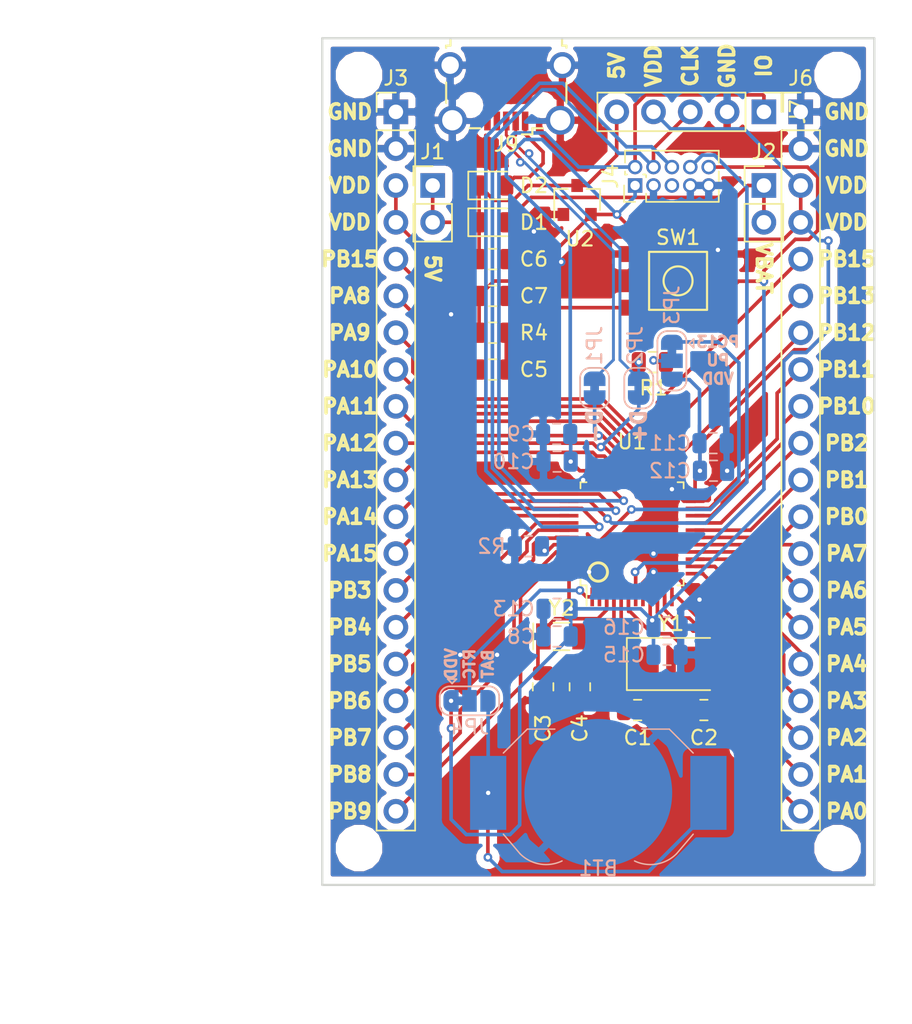
<source format=kicad_pcb>
(kicad_pcb (version 20171130) (host pcbnew 5.0.1)
  (layers (0 F.Cu signal) (31 B.Cu signal) (34 B.Paste user) (35 F.Paste user) (36 B.SilkS user) (37 F.SilkS user) (38 B.Mask user) (39 F.Mask user) (44 Edge.Cuts user))
  (net 0 "")
  (net 1 VBAT)
  (net 2 PC13)
  (net 3 PC14)
  (net 4 PC15)
  (net 5 nSRST)
  (net 6 VDD)
  (net 7 PA11)
  (net 8 PA12)
  (net 9 PA13)
  (net 10 "Net-(BT1-Pad1)")
  (net 11 GND)
  (net 12 PB0)
  (net 13 PB1)
  (net 14 PB3)
  (net 15 PB4)
  (net 16 USB_D+)
  (net 17 USB_D-)
  (net 18 "Net-(J9-Pad4)")
  (net 19 BOOT0)
  (net 20 PB5)
  (net 21 PB6)
  (net 22 PF0)
  (net 23 PF1)
  (net 24 PA0)
  (net 25 PA1)
  (net 26 PA2)
  (net 27 PA3)
  (net 28 PA4)
  (net 29 PA5)
  (net 30 PA6)
  (net 31 PA7)
  (net 32 PB10)
  (net 33 PB11)
  (net 34 PB12)
  (net 35 PB13)
  (net 36 PB14)
  (net 37 PB15)
  (net 38 PA8)
  (net 39 PA9)
  (net 40 PA10)
  (net 41 PA14)
  (net 42 PA15)
  (net 43 PB7)
  (net 44 PB8)
  (net 45 PB9)
  (net 46 VUSB)
  (net 47 5V)
  (net 48 PB2)
  (net 49 VRTCBAT)
  (net 50 "Net-(J4-Pad5)")
  (net 51 "Net-(JP3-Pad2)")
  (module Connector_USB:USB_Micro-B_Wuerth_629105150521_CircularHoles (layer F.Cu) (at 144.78 54.61 180)
    (fp_text reference J9 (at 0 -3.5 180) (layer F.SilkS))
    (fp_text value USB_B_Micro)
    (pad 1 smd rect (at -1.3 -1.9 180) (size 0.45 1.3) (layers F.Cu F.Paste F.Mask) (net 46 VUSB))
    (pad 2 smd rect (at -0.65 -1.9 180) (size 0.45 1.3) (layers F.Cu F.Paste F.Mask) (net 16 USB_D+))
    (pad 3 smd rect (at 0 -1.9 180) (size 0.45 1.3) (layers F.Cu F.Paste F.Mask) (net 17 USB_D-))
    (pad 4 smd rect (at 0.65 -1.9 180) (size 0.45 1.3) (layers F.Cu F.Paste F.Mask) (net 18 "Net-(J9-Pad4)"))
    (pad 5 smd rect (at 1.3 -1.9 180) (size 0.45 1.3) (layers F.Cu F.Paste F.Mask) (net 11 GND))
    (pad 6 thru_hole circle (at -3.725 -1.85 180) (size 2 2) (drill 1.4) (layers *.Cu *.Mask) (net 11 GND))
    (pad 6 thru_hole circle (at 3.725 -1.85 180) (size 2 2) (drill 1.4) (layers *.Cu *.Mask) (net 11 GND))
    (pad 6 thru_hole circle (at -3.875 1.95 180) (size 1.8 1.8) (drill 1.2) (layers *.Cu *.Mask) (net 11 GND))
    (pad 6 thru_hole circle (at 3.875 1.95 180) (size 1.8 1.8) (drill 1.2) (layers *.Cu *.Mask) (net 11 GND))
    (pad "" np_thru_hole circle (at -2.5 -0.8 180) (size 0.8 0.8) (drill 0.8) (layers *.Cu *.Mask))
    (pad "" np_thru_hole circle (at 2.5 -0.8 180) (size 0.8 0.8) (drill 0.8) (layers *.Cu *.Mask))
  )
  (module Crystal:Crystal_SMD_5032-2Pin_5.0x3.2mm (layer F.Cu) (at 156.15 93.98)
    (fp_text reference Y1 (at 0 -2.8) (layer F.SilkS))
    (fp_text value Crystal)
    (pad 1 smd rect (at -1.85 0) (size 2 2.4) (layers F.Cu F.Paste F.Mask) (net 22 PF0))
    (pad 2 smd rect (at 1.85 0) (size 2 2.4) (layers F.Cu F.Paste F.Mask) (net 23 PF1))
  )
  (module Crystal:Crystal_SMD_EuroQuartz_EQ161-2Pin_3.2x1.5mm (layer F.Cu) (at 148.59 92.075)
    (fp_text reference Y2 (at 0 -1.95) (layer F.SilkS))
    (fp_text value Crystal)
    (pad 1 smd rect (at -1.25 0) (size 1 1.8) (layers F.Cu F.Paste F.Mask) (net 3 PC14))
    (pad 2 smd rect (at 1.25 0) (size 1 1.8) (layers F.Cu F.Paste F.Mask) (net 4 PC15))
  )
  (module MountingHole:MountingHole_2.2mm_M2_ISO7380 (layer F.Cu) (at 167.64 106.68)
    (fp_text reference H4 hide)
    (fp_text value MountingHole)
    (pad 1 np_thru_hole circle (at 0 0) (size 2.2 2.2) (drill 2.2) (layers *.Cu *.Mask))
  )
  (module MountingHole:MountingHole_2.2mm_M2_ISO7380 (layer F.Cu) (at 167.64 53.34)
    (fp_text reference H3 hide)
    (fp_text value MountingHole)
    (pad 1 np_thru_hole circle (at 0 0) (size 2.2 2.2) (drill 2.2) (layers *.Cu *.Mask))
  )
  (module MountingHole:MountingHole_2.2mm_M2_ISO7380 (layer F.Cu) (at 134.62 106.68)
    (fp_text reference H2 hide)
    (fp_text value MountingHole)
    (pad 1 np_thru_hole circle (at 0 0) (size 2.2 2.2) (drill 2.2) (layers *.Cu *.Mask))
  )
  (module MountingHole:MountingHole_2.2mm_M2_ISO7380 (layer F.Cu) (at 134.62 53.34)
    (fp_text reference H1 hide)
    (fp_text value MountingHole)
    (pad 1 np_thru_hole circle (at 0 0) (size 2.2 2.2) (drill 2.2) (layers *.Cu *.Mask))
  )
  (module Capacitor_SMD:C_0805_2012Metric (layer B.Cu) (at 155.8775 93.345)
    (fp_text reference C15 (at -2.9695 0) (layer B.SilkS) (effects (justify mirror)))
    (fp_text value 1u)
    (pad 2 smd roundrect (at 0.9375 0) (size 0.975 1.4) (layers B.Cu B.Paste B.Mask) (net 11 GND))
    (pad 1 smd roundrect (at -0.9375 0) (size 0.975 1.4) (layers B.Cu B.Paste B.Mask) (net 6 VDD))
  )
  (module Capacitor_SMD:C_0805_2012Metric (layer B.Cu) (at 155.8775 91.44)
    (fp_text reference C16 (at -2.9695 0) (layer B.SilkS) (effects (justify mirror)))
    (fp_text value 100n)
    (pad 1 smd roundrect (at -0.9375 0) (size 0.975 1.4) (layers B.Cu B.Paste B.Mask) (net 6 VDD))
    (pad 2 smd roundrect (at 0.9375 0) (size 0.975 1.4) (layers B.Cu B.Paste B.Mask) (net 11 GND))
  )
  (module lib:TS-1187 (layer F.Cu) (at 156.635 67.54 180)
    (fp_text reference SW1 (at 0 3 180) (layer F.SilkS))
    (fp_text value SW_Push)
    (pad 2 smd rect (at 3.15 1.85 180) (size 1.8 1.1) (layers F.Cu F.Paste F.Mask) (net 11 GND))
    (pad 1 smd rect (at 3.15 -1.85 180) (size 1.8 1.1) (layers F.Cu F.Paste F.Mask) (net 5 nSRST))
    (pad 2 smd rect (at -3.15 1.85 180) (size 1.8 1.1) (layers F.Cu F.Paste F.Mask) (net 11 GND))
    (pad 1 smd rect (at -3.15 -1.85 180) (size 1.8 1.1) (layers F.Cu F.Paste F.Mask) (net 5 nSRST))
  )
  (module Capacitor_SMD:C_0805_2012Metric (layer F.Cu) (at 149.86 95.5525 270)
    (fp_text reference C4 (at 2.8725 0 270) (layer F.SilkS))
    (fp_text value C)
    (pad 2 smd roundrect (at 0.9375 0 270) (size 0.975 1.4) (layers F.Cu F.Paste F.Mask) (net 11 GND))
    (pad 1 smd roundrect (at -0.9375 0 270) (size 0.975 1.4) (layers F.Cu F.Paste F.Mask) (net 4 PC15))
  )
  (module Capacitor_SMD:C_0805_2012Metric (layer F.Cu) (at 147.32 95.5525 270)
    (fp_text reference C3 (at 2.8725 0 270) (layer F.SilkS))
    (fp_text value C)
    (pad 1 smd roundrect (at -0.9375 0 270) (size 0.975 1.4) (layers F.Cu F.Paste F.Mask) (net 3 PC14))
    (pad 2 smd roundrect (at 0.9375 0 270) (size 0.975 1.4) (layers F.Cu F.Paste F.Mask) (net 11 GND))
  )
  (module Capacitor_SMD:C_0805_2012Metric (layer F.Cu) (at 158.4175 97.155 180)
    (fp_text reference C2 (at 0 -1.905 180) (layer F.SilkS))
    (fp_text value C)
    (pad 2 smd roundrect (at 0.9375 0 180) (size 0.975 1.4) (layers F.Cu F.Paste F.Mask) (net 11 GND))
    (pad 1 smd roundrect (at -0.9375 0 180) (size 0.975 1.4) (layers F.Cu F.Paste F.Mask) (net 23 PF1))
  )
  (module Capacitor_SMD:C_0805_2012Metric (layer F.Cu) (at 153.8455 97.155)
    (fp_text reference C1 (at 0 1.905) (layer F.SilkS))
    (fp_text value C)
    (pad 1 smd roundrect (at -0.9375 0) (size 0.975 1.4) (layers F.Cu F.Paste F.Mask) (net 22 PF0))
    (pad 2 smd roundrect (at 0.9375 0) (size 0.975 1.4) (layers F.Cu F.Paste F.Mask) (net 11 GND))
  )
  (module Capacitor_SMD:C_0805_2012Metric (layer B.Cu) (at 159.0525 78.74)
    (fp_text reference C11 (at -2.9695 0) (layer B.SilkS) (effects (justify mirror)))
    (fp_text value 100n)
    (pad 1 smd roundrect (at -0.9375 0) (size 0.975 1.4) (layers B.Cu B.Paste B.Mask) (net 6 VDD))
    (pad 2 smd roundrect (at 0.9375 0) (size 0.975 1.4) (layers B.Cu B.Paste B.Mask) (net 11 GND))
  )
  (module Capacitor_SMD:C_0805_2012Metric (layer B.Cu) (at 159.0825 80.645)
    (fp_text reference C12 (at -2.9995 0) (layer B.SilkS) (effects (justify mirror)))
    (fp_text value 1u)
    (pad 2 smd roundrect (at 0.9375 0) (size 0.975 1.4) (layers B.Cu B.Paste B.Mask) (net 11 GND))
    (pad 1 smd roundrect (at -0.9375 0) (size 0.975 1.4) (layers B.Cu B.Paste B.Mask) (net 6 VDD))
  )
  (module Capacitor_SMD:C_0805_2012Metric (layer B.Cu) (at 148.2875 90.17 180)
    (fp_text reference C13 (at 2.9995 0 180) (layer B.SilkS) (effects (justify mirror)))
    (fp_text value 100n)
    (pad 1 smd roundrect (at -0.9375 0 180) (size 0.975 1.4) (layers B.Cu B.Paste B.Mask) (net 6 VDD))
    (pad 2 smd roundrect (at 0.9375 0 180) (size 0.975 1.4) (layers B.Cu B.Paste B.Mask) (net 11 GND))
  )
  (module Capacitor_SMD:C_0805_2012Metric (layer B.Cu) (at 148.2875 92.075 180)
    (fp_text reference C8 (at 2.4915 0 180) (layer B.SilkS) (effects (justify mirror)))
    (fp_text value 1u)
    (pad 1 smd roundrect (at -0.9375 0 180) (size 0.975 1.4) (layers B.Cu B.Paste B.Mask) (net 6 VDD))
    (pad 2 smd roundrect (at 0.9375 0 180) (size 0.975 1.4) (layers B.Cu B.Paste B.Mask) (net 11 GND))
  )
  (module Capacitor_SMD:C_0805_2012Metric (layer B.Cu) (at 148.2575 78.105 180)
    (fp_text reference C9 (at 2.4615 0 180) (layer B.SilkS) (effects (justify mirror)))
    (fp_text value 100n)
    (pad 2 smd roundrect (at 0.9375 0 180) (size 0.975 1.4) (layers B.Cu B.Paste B.Mask) (net 11 GND))
    (pad 1 smd roundrect (at -0.9375 0 180) (size 0.975 1.4) (layers B.Cu B.Paste B.Mask) (net 6 VDD))
  )
  (module Capacitor_SMD:C_0805_2012Metric (layer B.Cu) (at 148.2875 80.01 180)
    (fp_text reference C10 (at 2.9995 0 180) (layer B.SilkS) (effects (justify mirror)))
    (fp_text value 1u)
    (pad 1 smd roundrect (at -0.9375 0 180) (size 0.975 1.4) (layers B.Cu B.Paste B.Mask) (net 6 VDD))
    (pad 2 smd roundrect (at 0.9375 0 180) (size 0.975 1.4) (layers B.Cu B.Paste B.Mask) (net 11 GND))
  )
  (module Connector_PinHeader_1.27mm:PinHeader_2x05_P1.27mm_Vertical (layer F.Cu) (at 153.67 60.96 90)
    (fp_text reference J4 (at 0.635 -1.695 90) (layer F.SilkS))
    (fp_text value Conn_02x05_Odd_Even)
    (pad 1 thru_hole rect (at 0 0 90) (size 1 1) (drill 0.65) (layers *.Cu *.Mask) (net 6 VDD))
    (pad 2 thru_hole oval (at 1.27 0 90) (size 1 1) (drill 0.65) (layers *.Cu *.Mask) (net 9 PA13))
    (pad 3 thru_hole oval (at 0 1.27 90) (size 1 1) (drill 0.65) (layers *.Cu *.Mask) (net 11 GND))
    (pad 4 thru_hole oval (at 1.27 1.27 90) (size 1 1) (drill 0.65) (layers *.Cu *.Mask) (net 41 PA14))
    (pad 5 thru_hole oval (at 0 2.54 90) (size 1 1) (drill 0.65) (layers *.Cu *.Mask) (net 50 "Net-(J4-Pad5)"))
    (pad 6 thru_hole oval (at 1.27 2.54 90) (size 1 1) (drill 0.65) (layers *.Cu *.Mask) (net 14 PB3))
    (pad 7 thru_hole oval (at 0 3.81 90) (size 1 1) (drill 0.65) (layers *.Cu *.Mask) (net 11 GND))
    (pad 8 thru_hole oval (at 1.27 3.81 90) (size 1 1) (drill 0.65) (layers *.Cu *.Mask) (net 42 PA15))
    (pad 9 thru_hole oval (at 0 5.08 90) (size 1 1) (drill 0.65) (layers *.Cu *.Mask) (net 11 GND))
    (pad 10 thru_hole oval (at 1.27 5.08 90) (size 1 1) (drill 0.65) (layers *.Cu *.Mask) (net 5 nSRST))
  )
  (module Resistor_SMD:R_0805_2012Metric (layer F.Cu) (at 154.8615 73.152 180)
    (fp_text reference R1 (at -0.0785 -1.778 180) (layer F.SilkS))
    (fp_text value 1K8)
    (pad 1 smd roundrect (at -0.9375 0 180) (size 0.975 1.4) (layers F.Cu F.Paste F.Mask) (net 51 "Net-(JP3-Pad2)"))
    (pad 2 smd roundrect (at 0.9375 0 180) (size 0.975 1.4) (layers F.Cu F.Paste F.Mask) (net 16 USB_D+))
  )
  (module Resistor_SMD:R_0805_2012Metric (layer B.Cu) (at 146.304 85.852)
    (fp_text reference R2 (at -2.54 0) (layer B.SilkS) (effects (justify mirror)))
    (fp_text value 10K)
    (pad 1 smd roundrect (at -0.9375 0) (size 0.975 1.4) (layers B.Cu B.Paste B.Mask) (net 11 GND))
    (pad 2 smd roundrect (at 0.9375 0) (size 0.975 1.4) (layers B.Cu B.Paste B.Mask) (net 19 BOOT0))
  )
  (module Capacitor_SMD:C_0805_2012Metric (layer F.Cu) (at 143.842 66.04 180)
    (fp_text reference C6 (at -2.843 0 180) (layer F.SilkS))
    (fp_text value C_Small)
    (pad 2 smd roundrect (at 0.9375 0 180) (size 0.975 1.4) (layers F.Cu F.Paste F.Mask) (net 47 5V))
    (pad 1 smd roundrect (at -0.9375 0 180) (size 0.975 1.4) (layers F.Cu F.Paste F.Mask) (net 11 GND))
  )
  (module Capacitor_SMD:C_0805_2012Metric (layer F.Cu) (at 143.842 68.58 180)
    (fp_text reference C7 (at -2.843 0 180) (layer F.SilkS))
    (fp_text value C_Small)
    (pad 1 smd roundrect (at -0.9375 0 180) (size 0.975 1.4) (layers F.Cu F.Paste F.Mask) (net 11 GND))
    (pad 2 smd roundrect (at 0.9375 0 180) (size 0.975 1.4) (layers F.Cu F.Paste F.Mask) (net 6 VDD))
  )
  (module Jumper:SolderJumper-3_P1.3mm_Bridged12_RoundedPad1.0x1.5mm (layer B.Cu) (at 142.24 96.52)
    (fp_text reference JP4 (at 0 1.8) (layer B.SilkS) (effects (justify mirror)))
    (fp_text value SolderJumper_3_Bridged12)
    (pad 1 smd custom (at -1.3 0) (size 1 0.5) (layers B.Cu B.Mask) (net 6 VDD) (options (clearance outline) (anchor rect)) (primitives (gr_circle (center 0 -0.25) (end 0.5 -0.25) (width 0)) (gr_circle (center 0 0.25) (end 0.5 0.25) (width 0)) (gr_poly (pts (xy 0.55 0.75) (xy 0 0.75) (xy 0 -0.75) (xy 0.55 -0.75)) (width 0)) (gr_poly (pts (xy 0.4 0.3) (xy 0.9 0.3) (xy 0.9 -0.3) (xy 0.4 -0.3)) (width 0))))
    (pad 3 smd custom (at 1.3 0) (size 1 0.5) (layers B.Cu B.Mask) (net 10 "Net-(BT1-Pad1)") (options (clearance outline) (anchor rect)) (primitives (gr_circle (center 0 -0.25) (end 0.5 -0.25) (width 0)) (gr_circle (center 0 0.25) (end 0.5 0.25) (width 0)) (gr_poly (pts (xy -0.55 0.75) (xy 0 0.75) (xy 0 -0.75) (xy -0.55 -0.75)) (width 0))))
    (pad 2 smd rect (at 0 0) (size 1 1.5) (layers B.Cu B.Mask) (net 49 VRTCBAT))
  )
  (module Jumper:SolderJumper-2_P1.3mm_Bridged_RoundedPad1.0x1.5mm (layer B.Cu) (at 150.876 74.945 270)
    (fp_text reference JP1 (at -2.936 0 270) (layer B.SilkS) (effects (justify mirror)))
    (fp_text value SolderJumper_2_Bridged)
    (pad 2 smd custom (at 0.65 0 270) (size 1 0.5) (layers B.Cu B.Mask) (net 7 PA11) (options (clearance outline) (anchor rect)) (primitives (gr_circle (center 0 -0.25) (end 0.5 -0.25) (width 0)) (gr_circle (center 0 0.25) (end 0.5 0.25) (width 0)) (gr_poly (pts (xy 0 0.75) (xy -0.5 0.75) (xy -0.5 -0.75) (xy 0 -0.75)) (width 0))))
    (pad 1 smd custom (at -0.65 0 270) (size 1 0.5) (layers B.Cu B.Mask) (net 17 USB_D-) (options (clearance outline) (anchor rect)) (primitives (gr_circle (center 0 -0.25) (end 0.5 -0.25) (width 0)) (gr_circle (center 0 0.25) (end 0.5 0.25) (width 0)) (gr_poly (pts (xy 0 0.75) (xy 0.5 0.75) (xy 0.5 -0.75) (xy 0 -0.75)) (width 0)) (gr_poly (pts (xy 0.9 0.3) (xy 0.4 0.3) (xy 0.4 -0.3) (xy 0.9 -0.3)) (width 0))))
  )
  (module Jumper:SolderJumper-2_P1.3mm_Bridged_RoundedPad1.0x1.5mm (layer B.Cu) (at 153.924 74.945 270)
    (fp_text reference JP2 (at -2.936 0.254 270) (layer B.SilkS) (effects (justify mirror)))
    (fp_text value SolderJumper_2_Bridged)
    (pad 1 smd custom (at -0.65 0 270) (size 1 0.5) (layers B.Cu B.Mask) (net 16 USB_D+) (options (clearance outline) (anchor rect)) (primitives (gr_circle (center 0 -0.25) (end 0.5 -0.25) (width 0)) (gr_circle (center 0 0.25) (end 0.5 0.25) (width 0)) (gr_poly (pts (xy 0 0.75) (xy 0.5 0.75) (xy 0.5 -0.75) (xy 0 -0.75)) (width 0)) (gr_poly (pts (xy 0.9 0.3) (xy 0.4 0.3) (xy 0.4 -0.3) (xy 0.9 -0.3)) (width 0))))
    (pad 2 smd custom (at 0.65 0 270) (size 1 0.5) (layers B.Cu B.Mask) (net 8 PA12) (options (clearance outline) (anchor rect)) (primitives (gr_circle (center 0 -0.25) (end 0.5 -0.25) (width 0)) (gr_circle (center 0 0.25) (end 0.5 0.25) (width 0)) (gr_poly (pts (xy 0 0.75) (xy -0.5 0.75) (xy -0.5 -0.75) (xy 0 -0.75)) (width 0))))
  )
  (module Jumper:SolderJumper-3_P1.3mm_Bridged12_RoundedPad1.0x1.5mm (layer B.Cu) (at 156.21 73.055 270)
    (fp_text reference JP3 (at -3.84 0 270) (layer B.SilkS) (effects (justify mirror)))
    (fp_text value SolderJumper_3_Bridged12)
    (pad 1 smd custom (at -1.3 0 270) (size 1 0.5) (layers B.Cu B.Mask) (net 2 PC13) (options (clearance outline) (anchor rect)) (primitives (gr_circle (center 0 -0.25) (end 0.5 -0.25) (width 0)) (gr_circle (center 0 0.25) (end 0.5 0.25) (width 0)) (gr_poly (pts (xy 0.55 0.75) (xy 0 0.75) (xy 0 -0.75) (xy 0.55 -0.75)) (width 0)) (gr_poly (pts (xy 0.4 0.3) (xy 0.9 0.3) (xy 0.9 -0.3) (xy 0.4 -0.3)) (width 0))))
    (pad 3 smd custom (at 1.3 0 270) (size 1 0.5) (layers B.Cu B.Mask) (net 6 VDD) (options (clearance outline) (anchor rect)) (primitives (gr_circle (center 0 -0.25) (end 0.5 -0.25) (width 0)) (gr_circle (center 0 0.25) (end 0.5 0.25) (width 0)) (gr_poly (pts (xy -0.55 0.75) (xy 0 0.75) (xy 0 -0.75) (xy -0.55 -0.75)) (width 0))))
    (pad 2 smd rect (at 0 0 270) (size 1 1.5) (layers B.Cu B.Mask) (net 51 "Net-(JP3-Pad2)"))
  )
  (module Capacitor_SMD:C_0805_2012Metric (layer F.Cu) (at 143.842 73.66)
    (fp_text reference C5 (at 2.843 0) (layer F.SilkS))
    (fp_text value C_Small)
    (pad 1 smd roundrect (at -0.9375 0) (size 0.975 1.4) (layers F.Cu F.Paste F.Mask) (net 11 GND))
    (pad 2 smd roundrect (at 0.9375 0) (size 0.975 1.4) (layers F.Cu F.Paste F.Mask) (net 5 nSRST))
  )
  (module Resistor_SMD:R_0805_2012Metric (layer F.Cu) (at 143.842 71.12)
    (fp_text reference R4 (at 2.843 0) (layer F.SilkS))
    (fp_text value R_Small)
    (pad 1 smd roundrect (at -0.9375 0) (size 0.975 1.4) (layers F.Cu F.Paste F.Mask) (net 6 VDD))
    (pad 2 smd roundrect (at 0.9375 0) (size 0.975 1.4) (layers F.Cu F.Paste F.Mask) (net 5 nSRST))
  )
  (module Connector_PinHeader_2.54mm:PinHeader_1x02_P2.54mm_Vertical (layer F.Cu) (at 139.7 60.96)
    (fp_text reference J1 (at 0 -2.33) (layer F.SilkS))
    (fp_text value Conn_01x02)
    (pad 2 thru_hole oval (at 0 2.54) (size 1.7 1.7) (drill 1) (layers *.Cu *.Mask) (net 47 5V))
    (pad 1 thru_hole rect (at 0 0) (size 1.7 1.7) (drill 1) (layers *.Cu *.Mask) (net 47 5V))
  )
  (module Connector_PinHeader_2.54mm:PinHeader_1x02_P2.54mm_Vertical (layer F.Cu) (at 162.56 60.96)
    (fp_text reference J2 (at 0 -2.33) (layer F.SilkS))
    (fp_text value Conn_01x02)
    (pad 1 thru_hole rect (at 0 0) (size 1.7 1.7) (drill 1) (layers *.Cu *.Mask) (net 1 VBAT))
    (pad 2 thru_hole oval (at 0 2.54) (size 1.7 1.7) (drill 1) (layers *.Cu *.Mask) (net 1 VBAT))
  )
  (module Battery:BatteryHolder_LINX_BAT-HLD-012-SMT (layer B.Cu) (at 151.13 102.87 180)
    (fp_text reference BT1 (at 0 -5.207 180) (layer B.SilkS) (effects (justify mirror)))
    (fp_text value Battery_Cell)
    (pad 1 smd rect (at -7.6 0 180) (size 2.5 5.1) (layers B.Cu B.Paste B.Mask) (net 10 "Net-(BT1-Pad1)"))
    (pad 1 smd rect (at 7.6 0 180) (size 2.5 5.1) (layers B.Cu B.Paste B.Mask) (net 10 "Net-(BT1-Pad1)"))
    (pad 2 smd circle (at 0 0 180) (size 10.2 10.2) (layers B.Cu B.Paste B.Mask) (net 11 GND))
  )
  (module Connector_PinHeader_2.54mm:PinHeader_1x05_P2.54mm_Vertical (layer F.Cu) (at 162.56 55.88 270)
    (fp_text reference J7 (at 0 -2.33 270) (layer F.SilkS))
    (fp_text value Conn_01x05_Male)
    (pad 1 thru_hole rect (at 0 0 270) (size 1.7 1.7) (drill 1) (layers *.Cu *.Mask) (net 9 PA13))
    (pad 2 thru_hole oval (at 0 2.54 270) (size 1.7 1.7) (drill 1) (layers *.Cu *.Mask) (net 11 GND))
    (pad 3 thru_hole oval (at 0 5.08 270) (size 1.7 1.7) (drill 1) (layers *.Cu *.Mask) (net 41 PA14))
    (pad 4 thru_hole oval (at 0 7.62 270) (size 1.7 1.7) (drill 1) (layers *.Cu *.Mask) (net 6 VDD))
    (pad 5 thru_hole oval (at 0 10.16 270) (size 1.7 1.7) (drill 1) (layers *.Cu *.Mask) (net 47 5V))
  )
  (module Diode_SMD:D_0805_2012Metric (layer F.Cu) (at 143.842 60.96)
    (fp_text reference D2 (at 2.843 0) (layer F.SilkS))
    (fp_text value D_Schottky)
    (pad 2 smd roundrect (at 0.9375 0) (size 0.975 1.4) (layers F.Cu F.Paste F.Mask) (net 46 VUSB))
    (pad 1 smd roundrect (at -0.9375 0) (size 0.975 1.4) (layers F.Cu F.Paste F.Mask) (net 47 5V))
  )
  (module Diode_SMD:D_0805_2012Metric (layer F.Cu) (at 143.842 63.5)
    (fp_text reference D1 (at 2.843 0) (layer F.SilkS))
    (fp_text value D_Schottky)
    (pad 1 smd roundrect (at -0.9375 0) (size 0.975 1.4) (layers F.Cu F.Paste F.Mask) (net 47 5V))
    (pad 2 smd roundrect (at 0.9375 0) (size 0.975 1.4) (layers F.Cu F.Paste F.Mask) (net 1 VBAT))
  )
  (module Package_TO_SOT_SMD:SOT-23 (layer F.Cu) (at 149.672 61.96 90)
    (fp_text reference U2 (at -2.683 0.188 180) (layer F.SilkS))
    (fp_text value MCP1700-3302E_SOT23)
    (pad 1 smd rect (at -1 -0.95 90) (size 0.9 0.8) (layers F.Cu F.Paste F.Mask) (net 11 GND))
    (pad 2 smd rect (at -1 0.95 90) (size 0.9 0.8) (layers F.Cu F.Paste F.Mask) (net 6 VDD))
    (pad 3 smd rect (at 1 0 90) (size 0.9 0.8) (layers F.Cu F.Paste F.Mask) (net 47 5V))
  )
  (module Connector_PinHeader_2.54mm:PinHeader_1x20_P2.54mm_Vertical (layer F.Cu) (at 165.1 55.88)
    (fp_text reference J6 (at 0 -2.33) (layer F.SilkS))
    (fp_text value Conn_01x20_Male)
    (pad 1 thru_hole rect (at 0 0) (size 1.7 1.7) (drill 1) (layers *.Cu *.Mask) (net 11 GND))
    (pad 2 thru_hole oval (at 0 2.54) (size 1.7 1.7) (drill 1) (layers *.Cu *.Mask) (net 11 GND))
    (pad 3 thru_hole oval (at 0 5.08) (size 1.7 1.7) (drill 1) (layers *.Cu *.Mask) (net 6 VDD))
    (pad 4 thru_hole oval (at 0 7.62) (size 1.7 1.7) (drill 1) (layers *.Cu *.Mask) (net 6 VDD))
    (pad 5 thru_hole oval (at 0 10.16) (size 1.7 1.7) (drill 1) (layers *.Cu *.Mask) (net 36 PB14))
    (pad 6 thru_hole oval (at 0 12.7) (size 1.7 1.7) (drill 1) (layers *.Cu *.Mask) (net 35 PB13))
    (pad 7 thru_hole oval (at 0 15.24) (size 1.7 1.7) (drill 1) (layers *.Cu *.Mask) (net 34 PB12))
    (pad 8 thru_hole oval (at 0 17.78) (size 1.7 1.7) (drill 1) (layers *.Cu *.Mask) (net 33 PB11))
    (pad 9 thru_hole oval (at 0 20.32) (size 1.7 1.7) (drill 1) (layers *.Cu *.Mask) (net 32 PB10))
    (pad 10 thru_hole oval (at 0 22.86) (size 1.7 1.7) (drill 1) (layers *.Cu *.Mask) (net 48 PB2))
    (pad 11 thru_hole oval (at 0 25.4) (size 1.7 1.7) (drill 1) (layers *.Cu *.Mask) (net 13 PB1))
    (pad 12 thru_hole oval (at 0 27.94) (size 1.7 1.7) (drill 1) (layers *.Cu *.Mask) (net 12 PB0))
    (pad 13 thru_hole oval (at 0 30.48) (size 1.7 1.7) (drill 1) (layers *.Cu *.Mask) (net 31 PA7))
    (pad 14 thru_hole oval (at 0 33.02) (size 1.7 1.7) (drill 1) (layers *.Cu *.Mask) (net 30 PA6))
    (pad 15 thru_hole oval (at 0 35.56) (size 1.7 1.7) (drill 1) (layers *.Cu *.Mask) (net 29 PA5))
    (pad 16 thru_hole oval (at 0 38.1) (size 1.7 1.7) (drill 1) (layers *.Cu *.Mask) (net 28 PA4))
    (pad 17 thru_hole oval (at 0 40.64) (size 1.7 1.7) (drill 1) (layers *.Cu *.Mask) (net 27 PA3))
    (pad 18 thru_hole oval (at 0 43.18) (size 1.7 1.7) (drill 1) (layers *.Cu *.Mask) (net 26 PA2))
    (pad 19 thru_hole oval (at 0 45.72) (size 1.7 1.7) (drill 1) (layers *.Cu *.Mask) (net 25 PA1))
    (pad 20 thru_hole oval (at 0 48.26) (size 1.7 1.7) (drill 1) (layers *.Cu *.Mask) (net 24 PA0))
  )
  (module Connector_PinHeader_2.54mm:PinHeader_1x20_P2.54mm_Vertical (layer F.Cu) (at 137.16 55.88)
    (fp_text reference J3 (at 0 -2.33) (layer F.SilkS))
    (fp_text value Conn_01x20_Male)
    (pad 1 thru_hole rect (at 0 0) (size 1.7 1.7) (drill 1) (layers *.Cu *.Mask) (net 11 GND))
    (pad 2 thru_hole oval (at 0 2.54) (size 1.7 1.7) (drill 1) (layers *.Cu *.Mask) (net 11 GND))
    (pad 3 thru_hole oval (at 0 5.08) (size 1.7 1.7) (drill 1) (layers *.Cu *.Mask) (net 6 VDD))
    (pad 4 thru_hole oval (at 0 7.62) (size 1.7 1.7) (drill 1) (layers *.Cu *.Mask) (net 6 VDD))
    (pad 5 thru_hole oval (at 0 10.16) (size 1.7 1.7) (drill 1) (layers *.Cu *.Mask) (net 37 PB15))
    (pad 6 thru_hole oval (at 0 12.7) (size 1.7 1.7) (drill 1) (layers *.Cu *.Mask) (net 38 PA8))
    (pad 7 thru_hole oval (at 0 15.24) (size 1.7 1.7) (drill 1) (layers *.Cu *.Mask) (net 39 PA9))
    (pad 8 thru_hole oval (at 0 17.78) (size 1.7 1.7) (drill 1) (layers *.Cu *.Mask) (net 40 PA10))
    (pad 9 thru_hole oval (at 0 20.32) (size 1.7 1.7) (drill 1) (layers *.Cu *.Mask) (net 7 PA11))
    (pad 10 thru_hole oval (at 0 22.86) (size 1.7 1.7) (drill 1) (layers *.Cu *.Mask) (net 8 PA12))
    (pad 11 thru_hole oval (at 0 25.4) (size 1.7 1.7) (drill 1) (layers *.Cu *.Mask) (net 9 PA13))
    (pad 12 thru_hole oval (at 0 27.94) (size 1.7 1.7) (drill 1) (layers *.Cu *.Mask) (net 41 PA14))
    (pad 13 thru_hole oval (at 0 30.48) (size 1.7 1.7) (drill 1) (layers *.Cu *.Mask) (net 42 PA15))
    (pad 14 thru_hole oval (at 0 33.02) (size 1.7 1.7) (drill 1) (layers *.Cu *.Mask) (net 14 PB3))
    (pad 15 thru_hole oval (at 0 35.56) (size 1.7 1.7) (drill 1) (layers *.Cu *.Mask) (net 15 PB4))
    (pad 16 thru_hole oval (at 0 38.1) (size 1.7 1.7) (drill 1) (layers *.Cu *.Mask) (net 20 PB5))
    (pad 17 thru_hole oval (at 0 40.64) (size 1.7 1.7) (drill 1) (layers *.Cu *.Mask) (net 21 PB6))
    (pad 18 thru_hole oval (at 0 43.18) (size 1.7 1.7) (drill 1) (layers *.Cu *.Mask) (net 43 PB7))
    (pad 19 thru_hole oval (at 0 45.72) (size 1.7 1.7) (drill 1) (layers *.Cu *.Mask) (net 44 PB8))
    (pad 20 thru_hole oval (at 0 48.26) (size 1.7 1.7) (drill 1) (layers *.Cu *.Mask) (net 45 PB9))
  )
  (module Package_QFP:LQFP-48_7x7mm_P0.5mm (layer F.Cu) (at 153.46 84.995 90)
    (fp_text reference U1 (at 6.35 0 180) (layer F.SilkS))
    (fp_text value STM32F103CBTx)
    (pad 1 smd rect (at -4.35 -2.75 90) (size 1.3 0.25) (layers F.Cu F.Paste F.Mask) (net 49 VRTCBAT))
    (pad 2 smd rect (at -4.35 -2.25 90) (size 1.3 0.25) (layers F.Cu F.Paste F.Mask) (net 2 PC13))
    (pad 3 smd rect (at -4.35 -1.75 90) (size 1.3 0.25) (layers F.Cu F.Paste F.Mask) (net 3 PC14))
    (pad 4 smd rect (at -4.35 -1.25 90) (size 1.3 0.25) (layers F.Cu F.Paste F.Mask) (net 4 PC15))
    (pad 5 smd rect (at -4.35 -0.75 90) (size 1.3 0.25) (layers F.Cu F.Paste F.Mask) (net 22 PF0))
    (pad 6 smd rect (at -4.35 -0.25 90) (size 1.3 0.25) (layers F.Cu F.Paste F.Mask) (net 23 PF1))
    (pad 7 smd rect (at -4.35 0.25 90) (size 1.3 0.25) (layers F.Cu F.Paste F.Mask) (net 5 nSRST))
    (pad 8 smd rect (at -4.35 0.75 90) (size 1.3 0.25) (layers F.Cu F.Paste F.Mask) (net 11 GND))
    (pad 9 smd rect (at -4.35 1.25 90) (size 1.3 0.25) (layers F.Cu F.Paste F.Mask) (net 6 VDD))
    (pad 10 smd rect (at -4.35 1.75 90) (size 1.3 0.25) (layers F.Cu F.Paste F.Mask) (net 24 PA0))
    (pad 11 smd rect (at -4.35 2.25 90) (size 1.3 0.25) (layers F.Cu F.Paste F.Mask) (net 25 PA1))
    (pad 12 smd rect (at -4.35 2.75 90) (size 1.3 0.25) (layers F.Cu F.Paste F.Mask) (net 26 PA2))
    (pad 13 smd rect (at -2.75 4.35 180) (size 1.3 0.25) (layers F.Cu F.Paste F.Mask) (net 27 PA3))
    (pad 14 smd rect (at -2.25 4.35 180) (size 1.3 0.25) (layers F.Cu F.Paste F.Mask) (net 28 PA4))
    (pad 15 smd rect (at -1.75 4.35 180) (size 1.3 0.25) (layers F.Cu F.Paste F.Mask) (net 29 PA5))
    (pad 16 smd rect (at -1.25 4.35 180) (size 1.3 0.25) (layers F.Cu F.Paste F.Mask) (net 30 PA6))
    (pad 17 smd rect (at -0.75 4.35 180) (size 1.3 0.25) (layers F.Cu F.Paste F.Mask) (net 31 PA7))
    (pad 18 smd rect (at -0.25 4.35 180) (size 1.3 0.25) (layers F.Cu F.Paste F.Mask) (net 12 PB0))
    (pad 19 smd rect (at 0.25 4.35 180) (size 1.3 0.25) (layers F.Cu F.Paste F.Mask) (net 13 PB1))
    (pad 20 smd rect (at 0.75 4.35 180) (size 1.3 0.25) (layers F.Cu F.Paste F.Mask) (net 48 PB2))
    (pad 21 smd rect (at 1.25 4.35 180) (size 1.3 0.25) (layers F.Cu F.Paste F.Mask) (net 32 PB10))
    (pad 22 smd rect (at 1.75 4.35 180) (size 1.3 0.25) (layers F.Cu F.Paste F.Mask) (net 33 PB11))
    (pad 23 smd rect (at 2.25 4.35 180) (size 1.3 0.25) (layers F.Cu F.Paste F.Mask) (net 11 GND))
    (pad 24 smd rect (at 2.75 4.35 180) (size 1.3 0.25) (layers F.Cu F.Paste F.Mask) (net 6 VDD))
    (pad 25 smd rect (at 4.35 2.75 90) (size 1.3 0.25) (layers F.Cu F.Paste F.Mask) (net 34 PB12))
    (pad 26 smd rect (at 4.35 2.25 90) (size 1.3 0.25) (layers F.Cu F.Paste F.Mask) (net 35 PB13))
    (pad 27 smd rect (at 4.35 1.75 90) (size 1.3 0.25) (layers F.Cu F.Paste F.Mask) (net 36 PB14))
    (pad 28 smd rect (at 4.35 1.25 90) (size 1.3 0.25) (layers F.Cu F.Paste F.Mask) (net 37 PB15))
    (pad 29 smd rect (at 4.35 0.75 90) (size 1.3 0.25) (layers F.Cu F.Paste F.Mask) (net 38 PA8))
    (pad 30 smd rect (at 4.35 0.25 90) (size 1.3 0.25) (layers F.Cu F.Paste F.Mask) (net 39 PA9))
    (pad 31 smd rect (at 4.35 -0.25 90) (size 1.3 0.25) (layers F.Cu F.Paste F.Mask) (net 40 PA10))
    (pad 32 smd rect (at 4.35 -0.75 90) (size 1.3 0.25) (layers F.Cu F.Paste F.Mask) (net 7 PA11))
    (pad 33 smd rect (at 4.35 -1.25 90) (size 1.3 0.25) (layers F.Cu F.Paste F.Mask) (net 8 PA12))
    (pad 34 smd rect (at 4.35 -1.75 90) (size 1.3 0.25) (layers F.Cu F.Paste F.Mask) (net 9 PA13))
    (pad 35 smd rect (at 4.35 -2.25 90) (size 1.3 0.25) (layers F.Cu F.Paste F.Mask) (net 11 GND))
    (pad 36 smd rect (at 4.35 -2.75 90) (size 1.3 0.25) (layers F.Cu F.Paste F.Mask) (net 6 VDD))
    (pad 37 smd rect (at 2.75 -4.35 180) (size 1.3 0.25) (layers F.Cu F.Paste F.Mask) (net 41 PA14))
    (pad 38 smd rect (at 2.25 -4.35 180) (size 1.3 0.25) (layers F.Cu F.Paste F.Mask) (net 42 PA15))
    (pad 39 smd rect (at 1.75 -4.35 180) (size 1.3 0.25) (layers F.Cu F.Paste F.Mask) (net 14 PB3))
    (pad 40 smd rect (at 1.25 -4.35 180) (size 1.3 0.25) (layers F.Cu F.Paste F.Mask) (net 15 PB4))
    (pad 41 smd rect (at 0.75 -4.35 180) (size 1.3 0.25) (layers F.Cu F.Paste F.Mask) (net 20 PB5))
    (pad 42 smd rect (at 0.25 -4.35 180) (size 1.3 0.25) (layers F.Cu F.Paste F.Mask) (net 21 PB6))
    (pad 43 smd rect (at -0.25 -4.35 180) (size 1.3 0.25) (layers F.Cu F.Paste F.Mask) (net 43 PB7))
    (pad 44 smd rect (at -0.75 -4.35 180) (size 1.3 0.25) (layers F.Cu F.Paste F.Mask) (net 19 BOOT0))
    (pad 45 smd rect (at -1.25 -4.35 180) (size 1.3 0.25) (layers F.Cu F.Paste F.Mask) (net 44 PB8))
    (pad 46 smd rect (at -1.75 -4.35 180) (size 1.3 0.25) (layers F.Cu F.Paste F.Mask) (net 45 PB9))
    (pad 47 smd rect (at -2.25 -4.35 180) (size 1.3 0.25) (layers F.Cu F.Paste F.Mask) (net 11 GND))
    (pad 48 smd rect (at -2.75 -4.35 180) (size 1.3 0.25) (layers F.Cu F.Paste F.Mask) (net 6 VDD))
  )
  (gr_text VBAT (at 162.56 66.675 270) (layer F.SilkS) (effects (font (size 1 1) (thickness 0.25))))
  (gr_text 5V (at 139.7 66.675 270) (layer F.SilkS) (effects (font (size 1 1) (thickness 0.25))))
  (gr_text VDD (at 133.985 60.96) (layer F.SilkS) (effects (font (size 1 1) (thickness 0.25))))
  (gr_text GND (at 133.985 55.88) (layer F.SilkS) (effects (font (size 1 1) (thickness 0.25))))
  (gr_text GND (at 133.985 58.42) (layer F.SilkS) (effects (font (size 1 1) (thickness 0.25))))
  (gr_text VDD (at 133.985 63.5) (layer F.SilkS) (effects (font (size 1 1) (thickness 0.25))))
  (gr_text GND (at 168.275 55.88) (layer F.SilkS) (effects (font (size 1 1) (thickness 0.25))))
  (gr_text GND (at 168.275 58.42) (layer F.SilkS) (effects (font (size 1 1) (thickness 0.25))))
  (gr_text VDD (at 168.275 60.96) (layer F.SilkS) (effects (font (size 1 1) (thickness 0.25))))
  (gr_text VDD (at 168.275 63.5) (layer F.SilkS) (effects (font (size 1 1) (thickness 0.25))))
  (gr_text PA0 (at 168.275 104.14) (layer F.SilkS) (effects (font (size 1 1) (thickness 0.25))))
  (gr_text PB0 (at 168.275 83.82) (layer F.SilkS) (effects (font (size 1 1) (thickness 0.25))))
  (gr_text PB12 (at 168.275 71.12) (layer F.SilkS) (effects (font (size 1 1) (thickness 0.25))))
  (gr_text PA3 (at 168.275 96.52) (layer F.SilkS) (effects (font (size 1 1) (thickness 0.25))))
  (gr_text PA4 (at 168.275 93.98) (layer F.SilkS) (effects (font (size 1 1) (thickness 0.25))))
  (gr_text PB2 (at 168.275 78.74) (layer F.SilkS) (effects (font (size 1 1) (thickness 0.25))))
  (gr_text PA1 (at 168.275 101.6) (layer F.SilkS) (effects (font (size 1 1) (thickness 0.25))))
  (gr_text PA7 (at 168.275 86.36) (layer F.SilkS) (effects (font (size 1 1) (thickness 0.25))))
  (gr_text PB13 (at 168.275 68.58) (layer F.SilkS) (effects (font (size 1 1) (thickness 0.25))))
  (gr_text PA2 (at 168.275 99.06) (layer F.SilkS) (effects (font (size 1 1) (thickness 0.25))))
  (gr_text PB11 (at 168.275 73.66) (layer F.SilkS) (effects (font (size 1 1) (thickness 0.25))))
  (gr_text PA5 (at 168.275 91.44) (layer F.SilkS) (effects (font (size 1 1) (thickness 0.25))))
  (gr_text PA6 (at 168.275 88.9) (layer F.SilkS) (effects (font (size 1 1) (thickness 0.25))))
  (gr_text PB1 (at 168.275 81.28) (layer F.SilkS) (effects (font (size 1 1) (thickness 0.25))))
  (gr_text PB15 (at 168.275 66.04) (layer F.SilkS) (effects (font (size 1 1) (thickness 0.25))))
  (gr_text PB10 (at 168.275 76.2) (layer F.SilkS) (effects (font (size 1 1) (thickness 0.25))))
  (gr_text PA10 (at 133.985 73.66) (layer F.SilkS) (effects (font (size 1 1) (thickness 0.25))))
  (gr_text PA8 (at 133.985 68.58) (layer F.SilkS) (effects (font (size 1 1) (thickness 0.25))))
  (gr_text PA9 (at 133.985 71.12) (layer F.SilkS) (effects (font (size 1 1) (thickness 0.25))))
  (gr_text PB15 (at 133.985 66.04) (layer F.SilkS) (effects (font (size 1 1) (thickness 0.25))))
  (gr_text PA13 (at 133.985 81.28) (layer F.SilkS) (effects (font (size 1 1) (thickness 0.25))))
  (gr_text PA12 (at 133.985 78.74) (layer F.SilkS) (effects (font (size 1 1) (thickness 0.25))))
  (gr_text PA15 (at 133.985 86.36) (layer F.SilkS) (effects (font (size 1 1) (thickness 0.25))))
  (gr_text PA14 (at 133.985 83.82) (layer F.SilkS) (effects (font (size 1 1) (thickness 0.25))))
  (gr_text PB3 (at 133.985 88.9) (layer F.SilkS) (effects (font (size 1 1) (thickness 0.25))))
  (gr_text PA11 (at 133.985 76.2) (layer F.SilkS) (effects (font (size 1 1) (thickness 0.25))))
  (gr_text PB5 (at 133.985 93.98) (layer F.SilkS) (effects (font (size 1 1) (thickness 0.25))))
  (gr_text PB4 (at 133.985 91.44) (layer F.SilkS) (effects (font (size 1 1) (thickness 0.25))))
  (gr_text PB6 (at 133.985 96.52) (layer F.SilkS) (effects (font (size 1 1) (thickness 0.25))))
  (gr_text PB7 (at 133.985 99.06) (layer F.SilkS) (effects (font (size 1 1) (thickness 0.25))))
  (gr_text BAT (at 143.51 93.98 90) (layer B.SilkS) (effects (font (size 0.75 0.75) (thickness 0.1875)) (justify mirror)))
  (gr_text VDD (at 140.97 93.98 90) (layer B.SilkS) (effects (font (size 0.75 0.75) (thickness 0.1875)) (justify mirror)))
  (gr_text RTC (at 142.24 93.98 90) (layer B.SilkS) (effects (font (size 0.75 0.75) (thickness 0.1875)) (justify mirror)))
  (gr_text PU (at 159.385 73.025) (layer B.SilkS) (effects (font (size 0.75 0.75) (thickness 0.1875)) (justify mirror)))
  (gr_text VDD (at 159.385 74.295) (layer B.SilkS) (effects (font (size 0.75 0.75) (thickness 0.1875)) (justify mirror)))
  (gr_text PC13 (at 159.385 71.755) (layer B.SilkS) (effects (font (size 0.75 0.75) (thickness 0.1875)) (justify mirror)))
  (gr_text D+ (at 153.924 77.597 90) (layer B.SilkS) (effects (font (size 1 1) (thickness 0.25)) (justify mirror)))
  (gr_text D- (at 150.876 77.597 90) (layer B.SilkS) (effects (font (size 1 1) (thickness 0.25)) (justify mirror)))
  (gr_text IO (at 162.56 52.705 90) (layer F.SilkS) (effects (font (size 1 1) (thickness 0.25))))
  (gr_text CLK (at 157.48 52.705 90) (layer F.SilkS) (effects (font (size 1 1) (thickness 0.25))))
  (gr_text GND (at 160.02 52.705 90) (layer F.SilkS) (effects (font (size 1 1) (thickness 0.25))))
  (gr_text VDD (at 154.94 52.705 90) (layer F.SilkS) (effects (font (size 1 1) (thickness 0.25))))
  (gr_text 5V (at 152.4 52.705 90) (layer F.SilkS) (effects (font (size 1 1) (thickness 0.25))))
  (gr_text PB8 (at 133.985 101.6) (layer F.SilkS) (effects (font (size 1 1) (thickness 0.25))))
  (gr_text PB9 (at 133.985 104.14) (layer F.SilkS) (effects (font (size 1 1) (thickness 0.25))))
  (gr_circle (center 151.13 87.63) (end 151.13 88.265) (layer F.SilkS) (width 0.2))
  (gr_line (start 132.08 109.22) (end 132.08 50.8) (angle 90) (layer Edge.Cuts) (width 0.15))
  (gr_line (start 170.18 109.22) (end 132.08 109.22) (angle 90) (layer Edge.Cuts) (width 0.15))
  (gr_line (start 170.18 50.8) (end 170.18 109.22) (angle 90) (layer Edge.Cuts) (width 0.15))
  (gr_line (start 132.08 50.8) (end 170.18 50.8) (angle 90) (layer Edge.Cuts) (width 0.15))
  (segment (start 146.494499 61.785001) (end 160.634999 61.785001) (width 0.25) (layer F.Cu) (net 1))
  (segment (start 161.46 60.96) (end 162.56 60.96) (width 0.25) (layer F.Cu) (net 1))
  (segment (start 160.634999 61.785001) (end 161.46 60.96) (width 0.25) (layer F.Cu) (net 1))
  (segment (start 144.7795 63.5) (end 146.494499 61.785001) (width 0.25) (layer F.Cu) (net 1))
  (segment (start 162.56 62.06) (end 162.56 63.5) (width 0.25) (layer F.Cu) (net 1))
  (segment (start 162.56 60.96) (end 162.56 62.06) (width 0.25) (layer F.Cu) (net 1))
  (segment (start 151.21 89.345) (end 151.21 87.71) (width 0.25) (layer F.Cu) (net 2))
  (segment (start 153.533001 83.194999) (end 153.416 83.312) (width 0.25) (layer B.Cu) (net 2))
  (via (at 153.416 83.312) (size 0.6) (drill 0.3) (layers F.Cu B.Cu) (net 2))
  (segment (start 151.21 85.518) (end 151.21 87.71) (width 0.25) (layer F.Cu) (net 2))
  (segment (start 153.416 83.312) (end 151.21 85.518) (width 0.25) (layer F.Cu) (net 2))
  (segment (start 153.416 83.312) (end 158.85735 83.312) (width 0.25) (layer B.Cu) (net 2))
  (segment (start 158.85735 83.312) (end 160.83251 81.33684) (width 0.25) (layer B.Cu) (net 2))
  (segment (start 159.385 71.755) (end 160.83251 73.20251) (width 0.25) (layer B.Cu) (net 2))
  (segment (start 156.21 71.755) (end 159.385 71.755) (width 0.25) (layer B.Cu) (net 2))
  (segment (start 160.83251 81.33684) (end 160.83251 75.565) (width 0.25) (layer B.Cu) (net 2))
  (segment (start 160.83251 73.20251) (end 160.83251 75.565) (width 0.25) (layer B.Cu) (net 2))
  (segment (start 160.83251 75.565) (end 160.83251 75.529918) (width 0.25) (layer B.Cu) (net 2))
  (segment (start 146.965 92.05) (end 146.965 92.075) (width 0.25) (layer F.Cu) (net 3))
  (segment (start 148.165001 90.849999) (end 146.965 92.05) (width 0.25) (layer F.Cu) (net 3))
  (segment (start 151.105001 90.849999) (end 148.165001 90.849999) (width 0.25) (layer F.Cu) (net 3))
  (segment (start 151.71 90.245) (end 151.105001 90.849999) (width 0.25) (layer F.Cu) (net 3))
  (segment (start 151.71 89.345) (end 151.71 90.245) (width 0.25) (layer F.Cu) (net 3))
  (segment (start 146.965 94.26) (end 147.32 94.615) (width 0.25) (layer F.Cu) (net 3))
  (segment (start 146.965 92.075) (end 146.965 94.26) (width 0.25) (layer F.Cu) (net 3))
  (segment (start 152.21 91.205) (end 151.34 92.075) (width 0.25) (layer F.Cu) (net 4))
  (segment (start 152.21 89.345) (end 152.21 91.205) (width 0.25) (layer F.Cu) (net 4))
  (segment (start 151.34 92.075) (end 150.215 92.075) (width 0.25) (layer F.Cu) (net 4))
  (segment (start 150.215 94.26) (end 149.86 94.615) (width 0.25) (layer F.Cu) (net 4))
  (segment (start 150.215 92.075) (end 150.215 94.26) (width 0.25) (layer F.Cu) (net 4))
  (segment (start 153.71 89.345) (end 153.71 87.67) (width 0.25) (layer F.Cu) (net 5))
  (via (at 153.67 87.63) (size 0.6) (drill 0.3) (layers F.Cu B.Cu) (net 5))
  (segment (start 153.71 87.67) (end 153.67 87.63) (width 0.25) (layer F.Cu) (net 5))
  (via (at 162.56 67.564) (size 0.6) (drill 0.3) (layers F.Cu B.Cu) (net 5))
  (segment (start 160.811 67.564) (end 159.785 68.59) (width 0.25) (layer F.Cu) (net 5))
  (segment (start 159.785 68.59) (end 159.785 69.39) (width 0.25) (layer F.Cu) (net 5))
  (segment (start 162.56 67.564) (end 160.811 67.564) (width 0.25) (layer F.Cu) (net 5))
  (segment (start 158.635 69.39) (end 153.485 69.39) (width 0.25) (layer F.Cu) (net 5))
  (segment (start 159.785 69.39) (end 158.635 69.39) (width 0.25) (layer F.Cu) (net 5))
  (segment (start 146.5095 69.39) (end 144.7795 71.12) (width 0.25) (layer F.Cu) (net 5))
  (segment (start 153.485 69.39) (end 146.5095 69.39) (width 0.25) (layer F.Cu) (net 5))
  (segment (start 144.7795 71.12) (end 144.7795 73.66) (width 0.25) (layer F.Cu) (net 5))
  (segment (start 159.457106 59.69) (end 158.75 59.69) (width 0.25) (layer F.Cu) (net 5))
  (segment (start 165.569002 59.69) (end 159.457106 59.69) (width 0.25) (layer F.Cu) (net 5))
  (segment (start 166.275001 60.395999) (end 165.569002 59.69) (width 0.25) (layer F.Cu) (net 5))
  (segment (start 166.275001 64.064001) (end 166.275001 60.395999) (width 0.25) (layer F.Cu) (net 5))
  (segment (start 165.664001 64.675001) (end 166.275001 64.064001) (width 0.25) (layer F.Cu) (net 5))
  (segment (start 164.725997 64.675001) (end 165.664001 64.675001) (width 0.25) (layer F.Cu) (net 5))
  (segment (start 162.56 66.840998) (end 164.725997 64.675001) (width 0.25) (layer F.Cu) (net 5))
  (segment (start 162.56 67.564) (end 162.56 66.840998) (width 0.25) (layer F.Cu) (net 5))
  (segment (start 157.471412 87.004999) (end 162.56 81.916411) (width 0.25) (layer B.Cu) (net 5))
  (segment (start 154.295001 87.004999) (end 157.471412 87.004999) (width 0.25) (layer B.Cu) (net 5))
  (segment (start 162.56 67.988264) (end 162.56 67.564) (width 0.25) (layer B.Cu) (net 5))
  (segment (start 162.56 81.916411) (end 162.56 67.988264) (width 0.25) (layer B.Cu) (net 5))
  (segment (start 153.67 87.63) (end 154.295001 87.004999) (width 0.25) (layer B.Cu) (net 5))
  (via (at 140.97 96.52) (size 0.6) (drill 0.3) (layers F.Cu B.Cu) (net 6))
  (via (at 154.847741 90.961639) (size 0.6) (drill 0.3) (layers F.Cu B.Cu) (net 6))
  (segment (start 154.901838 91.44) (end 154.847741 91.385903) (width 0.25) (layer B.Cu) (net 6))
  (segment (start 154.94 91.44) (end 154.901838 91.44) (width 0.25) (layer B.Cu) (net 6))
  (segment (start 154.71 90.823898) (end 154.847741 90.961639) (width 0.25) (layer F.Cu) (net 6))
  (segment (start 154.847741 91.385903) (end 154.847741 90.961639) (width 0.25) (layer B.Cu) (net 6))
  (segment (start 154.71 89.345) (end 154.71 90.823898) (width 0.25) (layer F.Cu) (net 6))
  (segment (start 149.11 87.745) (end 149.11 90.055) (width 0.25) (layer F.Cu) (net 6))
  (via (at 149.225 90.17) (size 0.6) (drill 0.3) (layers F.Cu B.Cu) (net 6))
  (segment (start 149.11 90.055) (end 149.225 90.17) (width 0.25) (layer F.Cu) (net 6))
  (via (at 149.225 80.01) (size 0.6) (drill 0.3) (layers F.Cu B.Cu) (net 6))
  (segment (start 150.71 80.645) (end 149.86 80.645) (width 0.25) (layer F.Cu) (net 6))
  (segment (start 149.86 80.645) (end 149.225 80.01) (width 0.25) (layer F.Cu) (net 6))
  (segment (start 158.145 78.77) (end 158.115 78.74) (width 0.25) (layer B.Cu) (net 6))
  (segment (start 158.145 80.645) (end 158.145 78.77) (width 0.25) (layer B.Cu) (net 6))
  (segment (start 158.115 78.74) (end 158.115 77.5) (width 0.25) (layer B.Cu) (net 6))
  (segment (start 137.16 60.96) (end 137.16 63.5) (width 0.25) (layer F.Cu) (net 6))
  (segment (start 142.24 68.58) (end 142.9045 68.58) (width 0.25) (layer F.Cu) (net 6))
  (segment (start 137.16 63.5) (end 142.24 68.58) (width 0.25) (layer F.Cu) (net 6))
  (segment (start 150.622 63.01) (end 150.622 62.96) (width 0.25) (layer F.Cu) (net 6))
  (segment (start 143.92951 67.55499) (end 146.07701 67.55499) (width 0.25) (layer F.Cu) (net 6))
  (segment (start 146.07701 67.55499) (end 150.622 63.01) (width 0.25) (layer F.Cu) (net 6))
  (segment (start 142.9045 68.58) (end 143.92951 67.55499) (width 0.25) (layer F.Cu) (net 6))
  (segment (start 150.622 62.96) (end 152.42 62.96) (width 0.25) (layer F.Cu) (net 6))
  (segment (start 164.250001 60.110001) (end 165.1 60.96) (width 0.25) (layer B.Cu) (net 6))
  (segment (start 161.195001 57.055001) (end 164.250001 60.110001) (width 0.25) (layer B.Cu) (net 6))
  (segment (start 156.115001 57.055001) (end 161.195001 57.055001) (width 0.25) (layer B.Cu) (net 6))
  (segment (start 154.94 55.88) (end 156.115001 57.055001) (width 0.25) (layer B.Cu) (net 6))
  (via (at 152.42 62.96) (size 0.6) (drill 0.3) (layers F.Cu B.Cu) (net 6))
  (segment (start 153.67 60.96) (end 153.67 61.71) (width 0.25) (layer B.Cu) (net 6))
  (segment (start 153.67 61.71) (end 152.42 62.96) (width 0.25) (layer B.Cu) (net 6))
  (segment (start 165.1 60.96) (end 165.1 63.5) (width 0.25) (layer F.Cu) (net 6))
  (segment (start 163.924999 64.675001) (end 154.135001 64.675001) (width 0.25) (layer F.Cu) (net 6))
  (segment (start 152.719999 63.259999) (end 152.42 62.96) (width 0.25) (layer F.Cu) (net 6))
  (segment (start 154.135001 64.675001) (end 152.719999 63.259999) (width 0.25) (layer F.Cu) (net 6))
  (segment (start 165.1 63.5) (end 163.924999 64.675001) (width 0.25) (layer F.Cu) (net 6))
  (segment (start 142.9045 71.12) (end 142.9045 68.58) (width 0.25) (layer F.Cu) (net 6))
  (via (at 158.145 80.645) (size 0.6) (drill 0.3) (layers F.Cu B.Cu) (net 6))
  (segment (start 157.81 82.245) (end 157.81 80.98) (width 0.25) (layer F.Cu) (net 6))
  (segment (start 157.81 80.98) (end 158.145 80.645) (width 0.25) (layer F.Cu) (net 6))
  (segment (start 149.195 78.105) (end 149.195 64.74) (width 0.25) (layer B.Cu) (net 6))
  (segment (start 149.195 64.74) (end 144.78 60.325) (width 0.25) (layer B.Cu) (net 6))
  (segment (start 144.78 60.325) (end 144.78 59.055) (width 0.25) (layer B.Cu) (net 6))
  (segment (start 144.78 59.055) (end 146.05 57.785) (width 0.25) (layer B.Cu) (net 6))
  (segment (start 147.245 57.785) (end 152.42 62.96) (width 0.25) (layer B.Cu) (net 6))
  (segment (start 146.05 57.785) (end 147.245 57.785) (width 0.25) (layer B.Cu) (net 6))
  (segment (start 165.664001 72.295001) (end 167.005 70.954002) (width 0.25) (layer F.Cu) (net 6))
  (segment (start 164.671409 72.295001) (end 165.664001 72.295001) (width 0.25) (layer F.Cu) (net 6))
  (segment (start 167.005 70.954002) (end 167.005 64.77) (width 0.25) (layer F.Cu) (net 6))
  (segment (start 158.145 80.645) (end 158.145 78.82141) (width 0.25) (layer F.Cu) (net 6))
  (via (at 167.005 64.77) (size 0.6) (drill 0.3) (layers F.Cu B.Cu) (net 6))
  (segment (start 158.145 78.82141) (end 164.671409 72.295001) (width 0.25) (layer F.Cu) (net 6))
  (segment (start 166.37 64.77) (end 165.1 63.5) (width 0.25) (layer B.Cu) (net 6))
  (segment (start 167.005 64.77) (end 166.37 64.77) (width 0.25) (layer B.Cu) (net 6))
  (via (at 167.005 64.77) (size 0.6) (drill 0.3) (layers F.Cu B.Cu) (net 6))
  (segment (start 167.005 65.194264) (end 167.005 64.77) (width 0.25) (layer B.Cu) (net 6))
  (segment (start 165.474003 72.484999) (end 167.005 70.954002) (width 0.25) (layer B.Cu) (net 6))
  (segment (start 164.535999 72.484999) (end 165.474003 72.484999) (width 0.25) (layer B.Cu) (net 6))
  (segment (start 163.924999 73.095999) (end 164.535999 72.484999) (width 0.25) (layer B.Cu) (net 6))
  (segment (start 163.924999 81.884381) (end 163.924999 73.095999) (width 0.25) (layer B.Cu) (net 6))
  (segment (start 167.005 70.954002) (end 167.005 65.194264) (width 0.25) (layer B.Cu) (net 6))
  (segment (start 154.847741 90.961639) (end 163.924999 81.884381) (width 0.25) (layer B.Cu) (net 6))
  (via (at 140.97 98.425) (size 0.6) (drill 0.3) (layers F.Cu B.Cu) (net 6))
  (segment (start 140.97 96.52) (end 140.97 98.425) (width 0.25) (layer F.Cu) (net 6))
  (segment (start 148.668763 92.631237) (end 149.225 92.075) (width 0.25) (layer B.Cu) (net 6))
  (segment (start 145.704999 95.595001) (end 148.668763 92.631237) (width 0.25) (layer B.Cu) (net 6))
  (segment (start 145.704999 105.080003) (end 145.704999 95.595001) (width 0.25) (layer B.Cu) (net 6))
  (segment (start 145.040001 105.745001) (end 145.704999 105.080003) (width 0.25) (layer B.Cu) (net 6))
  (segment (start 142.019999 105.745001) (end 145.040001 105.745001) (width 0.25) (layer B.Cu) (net 6))
  (segment (start 140.97 104.695002) (end 142.019999 105.745001) (width 0.25) (layer B.Cu) (net 6))
  (segment (start 140.97 98.425) (end 140.97 104.695002) (width 0.25) (layer B.Cu) (net 6))
  (segment (start 154.056102 90.17) (end 149.225 90.17) (width 0.25) (layer B.Cu) (net 6))
  (segment (start 154.847741 90.961639) (end 154.056102 90.17) (width 0.25) (layer B.Cu) (net 6))
  (segment (start 149.225 92.075) (end 149.225 90.17) (width 0.25) (layer B.Cu) (net 6))
  (segment (start 154.94 93.345) (end 154.94 91.44) (width 0.25) (layer B.Cu) (net 6))
  (segment (start 149.225 78.135) (end 149.195 78.105) (width 0.25) (layer B.Cu) (net 6))
  (segment (start 149.225 80.01) (end 149.225 78.135) (width 0.25) (layer B.Cu) (net 6))
  (segment (start 156.21 74.355) (end 157.42 74.355) (width 0.25) (layer B.Cu) (net 6))
  (segment (start 157.42 74.355) (end 158.115 75.05) (width 0.25) (layer B.Cu) (net 6))
  (segment (start 158.115 75.05) (end 158.115 78.74) (width 0.25) (layer B.Cu) (net 6))
  (segment (start 150.735255 78.21954) (end 151.159519 78.21954) (width 0.25) (layer F.Cu) (net 7))
  (segment (start 152.71 79.522533) (end 151.407007 78.21954) (width 0.25) (layer F.Cu) (net 7))
  (segment (start 151.407007 78.21954) (end 151.159519 78.21954) (width 0.25) (layer F.Cu) (net 7))
  (segment (start 139.17954 78.21954) (end 150.735255 78.21954) (width 0.25) (layer F.Cu) (net 7))
  (segment (start 152.71 80.645) (end 152.71 79.522533) (width 0.25) (layer F.Cu) (net 7))
  (segment (start 137.16 76.2) (end 139.17954 78.21954) (width 0.25) (layer F.Cu) (net 7))
  (segment (start 150.876 77.936021) (end 151.159519 78.21954) (width 0.25) (layer B.Cu) (net 7))
  (segment (start 150.876 75.595) (end 150.876 77.936021) (width 0.25) (layer B.Cu) (net 7))
  (via (at 151.159519 78.21954) (size 0.6) (drill 0.3) (layers F.Cu B.Cu) (net 7))
  (via (at 151.310279 79.00671) (size 0.6) (drill 0.3) (layers F.Cu B.Cu) (net 8))
  (segment (start 151.557767 79.00671) (end 151.310279 79.00671) (width 0.25) (layer F.Cu) (net 8))
  (segment (start 152.21 79.658943) (end 151.557767 79.00671) (width 0.25) (layer F.Cu) (net 8))
  (segment (start 153.924 76.392989) (end 151.610278 78.706711) (width 0.25) (layer B.Cu) (net 8))
  (segment (start 137.16 78.74) (end 150.754975 78.74) (width 0.25) (layer F.Cu) (net 8))
  (segment (start 150.754975 78.74) (end 151.021685 79.00671) (width 0.25) (layer F.Cu) (net 8))
  (segment (start 153.924 75.595) (end 153.924 76.392989) (width 0.25) (layer B.Cu) (net 8))
  (segment (start 151.021685 79.00671) (end 151.310279 79.00671) (width 0.25) (layer F.Cu) (net 8))
  (segment (start 152.21 80.645) (end 152.21 79.658943) (width 0.25) (layer F.Cu) (net 8))
  (segment (start 151.610278 78.706711) (end 151.310279 79.00671) (width 0.25) (layer B.Cu) (net 8))
  (segment (start 151.546359 79.631712) (end 151.010277 79.631712) (width 0.25) (layer F.Cu) (net 9))
  (segment (start 151.71 79.795353) (end 151.546359 79.631712) (width 0.25) (layer F.Cu) (net 9))
  (segment (start 139.065 79.375) (end 138.009999 80.430001) (width 0.25) (layer F.Cu) (net 9))
  (segment (start 151.71 80.645) (end 151.71 79.795353) (width 0.25) (layer F.Cu) (net 9))
  (segment (start 151.010277 79.631712) (end 150.753565 79.375) (width 0.25) (layer F.Cu) (net 9))
  (segment (start 138.009999 80.430001) (end 137.16 81.28) (width 0.25) (layer F.Cu) (net 9))
  (segment (start 150.753565 79.375) (end 139.065 79.375) (width 0.25) (layer F.Cu) (net 9))
  (via (at 152.883332 82.715105) (size 0.6) (drill 0.3) (layers F.Cu B.Cu) (net 9))
  (segment (start 151.71 81.545) (end 152.880105 82.715105) (width 0.25) (layer F.Cu) (net 9))
  (segment (start 152.880105 82.715105) (end 152.883332 82.715105) (width 0.25) (layer F.Cu) (net 9))
  (segment (start 151.71 80.645) (end 151.71 81.545) (width 0.25) (layer F.Cu) (net 9))
  (segment (start 162.56 54.78) (end 162.56 55.88) (width 0.25) (layer F.Cu) (net 9))
  (segment (start 162.484999 54.704999) (end 162.56 54.78) (width 0.25) (layer F.Cu) (net 9))
  (segment (start 154.375999 54.704999) (end 162.484999 54.704999) (width 0.25) (layer F.Cu) (net 9))
  (segment (start 153.67 55.410998) (end 154.375999 54.704999) (width 0.25) (layer F.Cu) (net 9))
  (segment (start 153.67 59.69) (end 153.67 55.410998) (width 0.25) (layer F.Cu) (net 9))
  (segment (start 153.67 59.69) (end 149.78641 59.69) (width 0.25) (layer B.Cu) (net 9))
  (segment (start 149.78641 59.69) (end 147.431401 57.334991) (width 0.25) (layer B.Cu) (net 9))
  (segment (start 146.723105 82.715105) (end 152.459068 82.715105) (width 0.25) (layer B.Cu) (net 9))
  (segment (start 152.459068 82.715105) (end 152.883332 82.715105) (width 0.25) (layer B.Cu) (net 9))
  (segment (start 144.272 58.42) (end 144.272 80.264) (width 0.25) (layer B.Cu) (net 9))
  (segment (start 144.272 80.264) (end 146.723105 82.715105) (width 0.25) (layer B.Cu) (net 9))
  (segment (start 145.357009 57.334991) (end 144.272 58.42) (width 0.25) (layer B.Cu) (net 9))
  (segment (start 147.431401 57.334991) (end 145.357009 57.334991) (width 0.25) (layer B.Cu) (net 9))
  (segment (start 143.53 96.53) (end 143.54 96.52) (width 0.25) (layer B.Cu) (net 10))
  (segment (start 143.53 102.87) (end 143.53 96.53) (width 0.25) (layer B.Cu) (net 10))
  (via (at 143.51 107.315) (size 0.6) (drill 0.3) (layers F.Cu B.Cu) (net 10))
  (segment (start 144.490001 108.295001) (end 143.51 107.315) (width 0.25) (layer B.Cu) (net 10))
  (segment (start 154.604999 108.295001) (end 144.490001 108.295001) (width 0.25) (layer B.Cu) (net 10))
  (segment (start 158.73 102.87) (end 158.73 104.17) (width 0.25) (layer B.Cu) (net 10))
  (segment (start 158.73 104.17) (end 154.604999 108.295001) (width 0.25) (layer B.Cu) (net 10))
  (via (at 143.53 102.87) (size 0.6) (drill 0.3) (layers F.Cu B.Cu) (net 10))
  (segment (start 143.51 107.315) (end 143.51 102.89) (width 0.25) (layer F.Cu) (net 10))
  (segment (start 143.51 102.89) (end 143.53 102.87) (width 0.25) (layer F.Cu) (net 10))
  (via (at 159.385 65.405) (size 0.6) (drill 0.3) (layers F.Cu B.Cu) (net 11))
  (via (at 146.685 64.135) (size 0.6) (drill 0.3) (layers F.Cu B.Cu) (net 11))
  (via (at 160.02 80.645) (size 0.6) (drill 0.3) (layers F.Cu B.Cu) (net 11))
  (segment (start 158.785001 82.630001) (end 158.785001 81.879999) (width 0.25) (layer F.Cu) (net 11))
  (segment (start 157.859999 82.695001) (end 158.720001 82.695001) (width 0.25) (layer F.Cu) (net 11))
  (segment (start 157.81 82.745) (end 157.859999 82.695001) (width 0.25) (layer F.Cu) (net 11))
  (segment (start 158.785001 81.879999) (end 160.02 80.645) (width 0.25) (layer F.Cu) (net 11))
  (segment (start 158.720001 82.695001) (end 158.785001 82.630001) (width 0.25) (layer F.Cu) (net 11))
  (via (at 148.56999 66.233051) (size 0.6) (drill 0.3) (layers F.Cu B.Cu) (net 11))
  (via (at 140.97 69.85) (size 0.6) (drill 0.3) (layers F.Cu B.Cu) (net 11))
  (via (at 141.605 93.345) (size 0.6) (drill 0.3) (layers F.Cu B.Cu) (net 11))
  (via (at 144.145 93.345) (size 0.6) (drill 0.3) (layers F.Cu B.Cu) (net 11))
  (via (at 150.495 87.63) (size 0.6) (drill 0.3) (layers F.Cu B.Cu) (net 11))
  (segment (start 149.11 87.245) (end 150.11 87.245) (width 0.25) (layer F.Cu) (net 11))
  (segment (start 150.11 87.245) (end 150.495 87.63) (width 0.25) (layer F.Cu) (net 11))
  (via (at 154.94 86.36) (size 0.6) (drill 0.3) (layers F.Cu B.Cu) (net 11))
  (via (at 150.084998 81.28) (size 0.6) (drill 0.3) (layers F.Cu B.Cu) (net 11))
  (segment (start 150.424999 81.620001) (end 150.084998 81.28) (width 0.25) (layer F.Cu) (net 11))
  (segment (start 151.134999 81.620001) (end 150.424999 81.620001) (width 0.25) (layer F.Cu) (net 11))
  (segment (start 151.21 80.645) (end 151.21 81.545) (width 0.25) (layer F.Cu) (net 11))
  (segment (start 151.21 81.545) (end 151.134999 81.620001) (width 0.25) (layer F.Cu) (net 11))
  (segment (start 157.81 82.745) (end 157.04 82.745) (width 0.25) (layer F.Cu) (net 11))
  (via (at 156.21 81.915) (size 0.6) (drill 0.3) (layers F.Cu B.Cu) (net 11))
  (segment (start 157.04 82.745) (end 156.21 81.915) (width 0.25) (layer F.Cu) (net 11))
  (via (at 154.94 87.63) (size 0.6) (drill 0.3) (layers F.Cu B.Cu) (net 11))
  (segment (start 154.21 88.36) (end 154.94 87.63) (width 0.25) (layer F.Cu) (net 11))
  (segment (start 154.21 89.345) (end 154.21 88.36) (width 0.25) (layer F.Cu) (net 11))
  (via (at 158.115 89.535) (size 0.6) (drill 0.3) (layers F.Cu B.Cu) (net 11))
  (segment (start 156.21 87.63) (end 154.94 87.63) (width 0.25) (layer F.Cu) (net 11))
  (segment (start 158.115 89.535) (end 156.21 87.63) (width 0.25) (layer F.Cu) (net 11))
  (segment (start 163.675 85.245) (end 165.1 83.82) (width 0.25) (layer F.Cu) (net 12))
  (segment (start 157.81 85.245) (end 163.675 85.245) (width 0.25) (layer F.Cu) (net 12))
  (segment (start 161.635 84.745) (end 165.1 81.28) (width 0.25) (layer F.Cu) (net 13))
  (segment (start 157.81 84.745) (end 161.635 84.745) (width 0.25) (layer F.Cu) (net 13))
  (segment (start 142.815 83.245) (end 149.11 83.245) (width 0.25) (layer F.Cu) (net 14))
  (segment (start 137.16 88.9) (end 142.815 83.245) (width 0.25) (layer F.Cu) (net 14))
  (segment (start 150.770852 84.516911) (end 151.195116 84.516911) (width 0.25) (layer B.Cu) (net 14))
  (segment (start 150.01 83.245) (end 151.195116 84.430116) (width 0.25) (layer F.Cu) (net 14))
  (segment (start 147.252089 84.516911) (end 150.770852 84.516911) (width 0.25) (layer B.Cu) (net 14))
  (segment (start 156.21 59.69) (end 154.809979 58.289979) (width 0.25) (layer B.Cu) (net 14))
  (segment (start 148.686986 53.905989) (end 147.074598 53.905989) (width 0.25) (layer B.Cu) (net 14))
  (segment (start 153.070976 58.289979) (end 148.686986 53.905989) (width 0.25) (layer B.Cu) (net 14))
  (segment (start 154.809979 58.289979) (end 153.070976 58.289979) (width 0.25) (layer B.Cu) (net 14))
  (segment (start 143.37198 57.608607) (end 143.37198 80.636802) (width 0.25) (layer B.Cu) (net 14))
  (segment (start 143.37198 80.636802) (end 147.252089 84.516911) (width 0.25) (layer B.Cu) (net 14))
  (segment (start 147.074598 53.905989) (end 143.37198 57.608607) (width 0.25) (layer B.Cu) (net 14))
  (segment (start 151.195116 84.430116) (end 151.195116 84.516911) (width 0.25) (layer F.Cu) (net 14))
  (segment (start 149.11 83.245) (end 150.01 83.245) (width 0.25) (layer F.Cu) (net 14))
  (via (at 151.195116 84.516911) (size 0.6) (drill 0.3) (layers F.Cu B.Cu) (net 14))
  (segment (start 144.855 83.745) (end 149.11 83.745) (width 0.25) (layer F.Cu) (net 15))
  (segment (start 137.16 91.44) (end 144.855 83.745) (width 0.25) (layer F.Cu) (net 15))
  (segment (start 145.33 57.585001) (end 145.33 58.016801) (width 0.2) (layer F.Cu) (net 16))
  (segment (start 145.43 57.485001) (end 145.33 57.585001) (width 0.2) (layer F.Cu) (net 16))
  (segment (start 146.067678 58.754479) (end 146.350521 58.754479) (width 0.2) (layer F.Cu) (net 16))
  (via (at 146.350521 58.754479) (size 0.6) (drill 0.3) (layers F.Cu B.Cu) (net 16))
  (segment (start 145.43 56.51) (end 145.43 57.485001) (width 0.2) (layer F.Cu) (net 16))
  (segment (start 145.33 58.016801) (end 146.067678 58.754479) (width 0.2) (layer F.Cu) (net 16))
  (segment (start 153.924 74.295) (end 153.924 73.152) (width 0.2) (layer B.Cu) (net 16))
  (via (at 153.924 73.152) (size 0.6) (drill 0.3) (layers F.Cu B.Cu) (net 16))
  (segment (start 152.625 65.311801) (end 146.350521 59.037322) (width 0.2) (layer B.Cu) (net 16))
  (segment (start 146.350521 59.037322) (end 146.350521 58.754479) (width 0.2) (layer B.Cu) (net 16))
  (segment (start 153.924 74.295) (end 152.625 72.996) (width 0.2) (layer B.Cu) (net 16))
  (segment (start 152.625 72.996) (end 152.625 65.311801) (width 0.2) (layer B.Cu) (net 16))
  (segment (start 145.749479 59.072678) (end 145.749479 59.355521) (width 0.2) (layer F.Cu) (net 17))
  (segment (start 144.88 57.585001) (end 144.88 58.203199) (width 0.2) (layer F.Cu) (net 17))
  (via (at 145.749479 59.355521) (size 0.6) (drill 0.3) (layers F.Cu B.Cu) (net 17))
  (segment (start 144.78 56.51) (end 144.78 57.485001) (width 0.2) (layer F.Cu) (net 17))
  (segment (start 144.78 57.485001) (end 144.88 57.585001) (width 0.2) (layer F.Cu) (net 17))
  (segment (start 144.88 58.203199) (end 145.749479 59.072678) (width 0.2) (layer F.Cu) (net 17))
  (segment (start 152.175 72.996) (end 152.175 65.498199) (width 0.2) (layer B.Cu) (net 17))
  (segment (start 150.876 74.295) (end 152.175 72.996) (width 0.2) (layer B.Cu) (net 17))
  (segment (start 152.175 65.498199) (end 146.032322 59.355521) (width 0.2) (layer B.Cu) (net 17))
  (segment (start 146.032322 59.355521) (end 145.749479 59.355521) (width 0.2) (layer B.Cu) (net 17))
  (segment (start 149.11 85.745) (end 148.06341 85.745) (width 0.25) (layer F.Cu) (net 19))
  (segment (start 147.645344 86.163066) (end 147.425939 86.163066) (width 0.25) (layer F.Cu) (net 19))
  (via (at 147.425939 86.163066) (size 0.6) (drill 0.3) (layers F.Cu B.Cu) (net 19))
  (segment (start 148.06341 85.745) (end 147.645344 86.163066) (width 0.25) (layer F.Cu) (net 19))
  (segment (start 137.16 93.98) (end 145.758464 85.381536) (width 0.25) (layer F.Cu) (net 20))
  (segment (start 145.758464 85.381536) (end 145.758464 85.347813) (width 0.25) (layer F.Cu) (net 20))
  (segment (start 145.758464 85.347813) (end 146.861277 84.245) (width 0.25) (layer F.Cu) (net 20))
  (segment (start 148.21 84.245) (end 149.11 84.245) (width 0.25) (layer F.Cu) (net 20))
  (segment (start 146.861277 84.245) (end 148.21 84.245) (width 0.25) (layer F.Cu) (net 20))
  (segment (start 146.208475 85.534213) (end 146.208475 86.201525) (width 0.25) (layer F.Cu) (net 21))
  (segment (start 138.335001 95.344999) (end 138.009999 95.670001) (width 0.25) (layer F.Cu) (net 21))
  (segment (start 146.208475 86.201525) (end 138.335001 94.074999) (width 0.25) (layer F.Cu) (net 21))
  (segment (start 149.11 84.745) (end 146.997688 84.745) (width 0.25) (layer F.Cu) (net 21))
  (segment (start 138.335001 94.074999) (end 138.335001 95.344999) (width 0.25) (layer F.Cu) (net 21))
  (segment (start 146.997688 84.745) (end 146.208475 85.534213) (width 0.25) (layer F.Cu) (net 21))
  (segment (start 138.009999 95.670001) (end 137.16 96.52) (width 0.25) (layer F.Cu) (net 21))
  (segment (start 152.71 93.14) (end 153.55 93.98) (width 0.25) (layer F.Cu) (net 22))
  (segment (start 152.71 89.345) (end 152.71 93.14) (width 0.25) (layer F.Cu) (net 22))
  (segment (start 153.55 96.513) (end 152.908 97.155) (width 0.25) (layer F.Cu) (net 22))
  (segment (start 153.55 93.98) (end 153.55 96.513) (width 0.25) (layer F.Cu) (net 22))
  (segment (start 153.225019 90.320001) (end 153.225019 90.360019) (width 0.25) (layer F.Cu) (net 23))
  (segment (start 153.21 89.345) (end 153.21 90.245) (width 0.25) (layer F.Cu) (net 23))
  (segment (start 153.21 90.245) (end 154.855009 91.890009) (width 0.25) (layer F.Cu) (net 23))
  (segment (start 158.2 93.98) (end 158.75 93.98) (width 0.25) (layer F.Cu) (net 23))
  (segment (start 154.855009 91.890009) (end 156.110009 91.890009) (width 0.25) (layer F.Cu) (net 23))
  (segment (start 156.110009 91.890009) (end 158.2 93.98) (width 0.25) (layer F.Cu) (net 23))
  (segment (start 158.75 96.55) (end 159.355 97.155) (width 0.25) (layer F.Cu) (net 23))
  (segment (start 158.75 93.98) (end 158.75 96.55) (width 0.25) (layer F.Cu) (net 23))
  (segment (start 157.6722 91.705022) (end 160.010024 91.705022) (width 0.25) (layer F.Cu) (net 24))
  (segment (start 157.407179 91.44) (end 157.408589 91.441411) (width 0.25) (layer F.Cu) (net 24))
  (segment (start 157.408589 91.441411) (end 157.6722 91.705022) (width 0.25) (layer F.Cu) (net 24))
  (segment (start 160.010024 91.705022) (end 160.825001 92.519999) (width 0.25) (layer F.Cu) (net 24))
  (segment (start 156.21 91.44) (end 157.407179 91.44) (width 0.25) (layer F.Cu) (net 24))
  (segment (start 160.825001 99.865001) (end 164.250001 103.290001) (width 0.25) (layer F.Cu) (net 24))
  (segment (start 155.21 89.345) (end 155.21 90.44) (width 0.25) (layer F.Cu) (net 24))
  (segment (start 160.825001 92.519999) (end 160.825001 99.865001) (width 0.25) (layer F.Cu) (net 24))
  (segment (start 155.21 90.44) (end 156.21 91.44) (width 0.25) (layer F.Cu) (net 24))
  (segment (start 164.250001 103.290001) (end 165.1 104.14) (width 0.25) (layer F.Cu) (net 24))
  (segment (start 157.8586 91.255011) (end 160.196424 91.255011) (width 0.25) (layer F.Cu) (net 25))
  (segment (start 161.29 97.79) (end 164.250001 100.750001) (width 0.25) (layer F.Cu) (net 25))
  (segment (start 157.40859 90.805) (end 157.8586 91.255011) (width 0.25) (layer F.Cu) (net 25))
  (segment (start 164.250001 100.750001) (end 165.1 101.6) (width 0.25) (layer F.Cu) (net 25))
  (segment (start 161.29 92.348587) (end 161.29 97.79) (width 0.25) (layer F.Cu) (net 25))
  (segment (start 160.196424 91.255011) (end 161.29 92.348587) (width 0.25) (layer F.Cu) (net 25))
  (segment (start 156.27 90.805) (end 157.40859 90.805) (width 0.25) (layer F.Cu) (net 25))
  (segment (start 155.71 90.245) (end 156.27 90.805) (width 0.25) (layer F.Cu) (net 25))
  (segment (start 155.71 89.345) (end 155.71 90.245) (width 0.25) (layer F.Cu) (net 25))
  (segment (start 161.740009 95.700009) (end 165.1 99.06) (width 0.25) (layer F.Cu) (net 26))
  (segment (start 160.382825 90.805002) (end 161.740009 92.162186) (width 0.25) (layer F.Cu) (net 26))
  (segment (start 158.045 90.805) (end 160.382825 90.805002) (width 0.25) (layer F.Cu) (net 26))
  (segment (start 161.740009 92.162186) (end 161.740009 95.700009) (width 0.25) (layer F.Cu) (net 26))
  (segment (start 156.21 89.345) (end 156.585 89.345) (width 0.25) (layer F.Cu) (net 26))
  (segment (start 156.585 89.345) (end 158.045 90.805) (width 0.25) (layer F.Cu) (net 26))
  (segment (start 163.924999 95.344999) (end 164.250001 95.670001) (width 0.25) (layer F.Cu) (net 27))
  (segment (start 163.924999 93.334999) (end 163.924999 95.344999) (width 0.25) (layer F.Cu) (net 27))
  (segment (start 158.335 87.745) (end 163.924999 93.334999) (width 0.25) (layer F.Cu) (net 27))
  (segment (start 164.250001 95.670001) (end 165.1 96.52) (width 0.25) (layer F.Cu) (net 27))
  (segment (start 157.81 87.745) (end 158.335 87.745) (width 0.25) (layer F.Cu) (net 27))
  (segment (start 165.1 93.179002) (end 165.1 93.98) (width 0.25) (layer F.Cu) (net 28))
  (segment (start 159.165998 87.245) (end 165.1 93.179002) (width 0.25) (layer F.Cu) (net 28))
  (segment (start 157.81 87.245) (end 159.165998 87.245) (width 0.25) (layer F.Cu) (net 28))
  (segment (start 160.405 86.745) (end 165.1 91.44) (width 0.25) (layer F.Cu) (net 29))
  (segment (start 157.81 86.745) (end 160.405 86.745) (width 0.25) (layer F.Cu) (net 29))
  (segment (start 162.445 86.245) (end 165.1 88.9) (width 0.25) (layer F.Cu) (net 30))
  (segment (start 157.81 86.245) (end 162.445 86.245) (width 0.25) (layer F.Cu) (net 30))
  (segment (start 164.485 85.745) (end 165.1 86.36) (width 0.25) (layer F.Cu) (net 31))
  (segment (start 157.81 85.745) (end 164.485 85.745) (width 0.25) (layer F.Cu) (net 31))
  (segment (start 157.81 83.745) (end 158.942824 83.745) (width 0.25) (layer F.Cu) (net 32))
  (segment (start 158.942824 83.745) (end 159.685023 83.002801) (width 0.25) (layer F.Cu) (net 32))
  (segment (start 164.250001 77.049999) (end 165.1 76.2) (width 0.25) (layer F.Cu) (net 32))
  (segment (start 159.685023 82.86639) (end 163.924999 78.626414) (width 0.25) (layer F.Cu) (net 32))
  (segment (start 163.924999 77.375001) (end 164.250001 77.049999) (width 0.25) (layer F.Cu) (net 32))
  (segment (start 159.685023 83.002801) (end 159.685023 82.86639) (width 0.25) (layer F.Cu) (net 32))
  (segment (start 163.924999 78.626414) (end 163.924999 77.375001) (width 0.25) (layer F.Cu) (net 32))
  (segment (start 164.250001 74.509999) (end 165.1 73.66) (width 0.25) (layer F.Cu) (net 33))
  (segment (start 163.474988 75.285012) (end 164.250001 74.509999) (width 0.25) (layer F.Cu) (net 33))
  (segment (start 159.235012 82.67999) (end 163.474988 78.440014) (width 0.25) (layer F.Cu) (net 33))
  (segment (start 158.806413 83.245) (end 159.235012 82.816401) (width 0.25) (layer F.Cu) (net 33))
  (segment (start 159.235012 82.816401) (end 159.235012 82.67999) (width 0.25) (layer F.Cu) (net 33))
  (segment (start 157.81 83.245) (end 158.806413 83.245) (width 0.25) (layer F.Cu) (net 33))
  (segment (start 163.474988 78.440014) (end 163.474988 75.285012) (width 0.25) (layer F.Cu) (net 33))
  (segment (start 156.21 80.12) (end 165.1 71.23) (width 0.25) (layer F.Cu) (net 34))
  (segment (start 165.1 71.23) (end 165.1 71.12) (width 0.25) (layer F.Cu) (net 34))
  (segment (start 156.21 80.645) (end 156.21 80.12) (width 0.25) (layer F.Cu) (net 34))
  (segment (start 155.71 77.97) (end 165.1 68.58) (width 0.25) (layer F.Cu) (net 35))
  (segment (start 155.71 80.645) (end 155.71 77.97) (width 0.25) (layer F.Cu) (net 35))
  (segment (start 155.21 75.93) (end 165.1 66.04) (width 0.25) (layer F.Cu) (net 36))
  (segment (start 155.21 80.645) (end 155.21 75.93) (width 0.25) (layer F.Cu) (net 36))
  (segment (start 139.7 73.152) (end 139.7 68.58) (width 0.25) (layer F.Cu) (net 37))
  (segment (start 151.425107 75.692) (end 142.24 75.692) (width 0.25) (layer F.Cu) (net 37))
  (segment (start 142.24 75.692) (end 139.7 73.152) (width 0.25) (layer F.Cu) (net 37))
  (segment (start 154.71 80.645) (end 154.71 78.976893) (width 0.25) (layer F.Cu) (net 37))
  (segment (start 139.7 68.58) (end 137.16 66.04) (width 0.25) (layer F.Cu) (net 37))
  (segment (start 154.71 78.976893) (end 151.425107 75.692) (width 0.25) (layer F.Cu) (net 37))
  (segment (start 138.009999 69.429999) (end 137.16 68.58) (width 0.25) (layer F.Cu) (net 38))
  (segment (start 138.785012 73.253012) (end 138.785012 70.205012) (width 0.25) (layer F.Cu) (net 38))
  (segment (start 141.732 76.2) (end 138.785012 73.253012) (width 0.25) (layer F.Cu) (net 38))
  (segment (start 151.296697 76.2) (end 141.732 76.2) (width 0.25) (layer F.Cu) (net 38))
  (segment (start 154.21 79.113303) (end 151.296697 76.2) (width 0.25) (layer F.Cu) (net 38))
  (segment (start 138.785012 70.205012) (end 138.009999 69.429999) (width 0.25) (layer F.Cu) (net 38))
  (segment (start 154.21 80.645) (end 154.21 79.113303) (width 0.25) (layer F.Cu) (net 38))
  (segment (start 153.71 80.645) (end 153.71 79.249713) (width 0.25) (layer F.Cu) (net 39))
  (segment (start 138.009999 71.969999) (end 137.16 71.12) (width 0.25) (layer F.Cu) (net 39))
  (segment (start 138.335001 72.295001) (end 138.009999 71.969999) (width 0.25) (layer F.Cu) (net 39))
  (segment (start 141.224 76.708) (end 138.335001 73.819001) (width 0.25) (layer F.Cu) (net 39))
  (segment (start 138.335001 73.819001) (end 138.335001 72.295001) (width 0.25) (layer F.Cu) (net 39))
  (segment (start 151.168287 76.708) (end 141.224 76.708) (width 0.25) (layer F.Cu) (net 39))
  (segment (start 153.71 79.249713) (end 151.168287 76.708) (width 0.25) (layer F.Cu) (net 39))
  (segment (start 140.72501 77.22501) (end 151.048887 77.22501) (width 0.25) (layer F.Cu) (net 40))
  (segment (start 153.21 79.745) (end 153.21 80.645) (width 0.25) (layer F.Cu) (net 40))
  (segment (start 153.21 79.386123) (end 153.21 79.745) (width 0.25) (layer F.Cu) (net 40))
  (segment (start 151.048887 77.22501) (end 153.21 79.386123) (width 0.25) (layer F.Cu) (net 40))
  (segment (start 137.16 73.66) (end 140.72501 77.22501) (width 0.25) (layer F.Cu) (net 40))
  (segment (start 138.735 82.245) (end 149.11 82.245) (width 0.25) (layer F.Cu) (net 41))
  (segment (start 137.16 83.82) (end 138.735 82.245) (width 0.25) (layer F.Cu) (net 41))
  (segment (start 153.98999 58.73999) (end 152.544928 58.73999) (width 0.25) (layer B.Cu) (net 41))
  (segment (start 152.544928 58.73999) (end 148.160938 54.356) (width 0.25) (layer B.Cu) (net 41))
  (segment (start 148.160938 54.356) (end 147.32 54.356) (width 0.25) (layer B.Cu) (net 41))
  (segment (start 154.94 59.69) (end 153.98999 58.73999) (width 0.25) (layer B.Cu) (net 41))
  (segment (start 151.185497 82.245) (end 152.042307 83.10181) (width 0.25) (layer F.Cu) (net 41))
  (segment (start 147.260998 54.356) (end 143.821991 57.795007) (width 0.25) (layer B.Cu) (net 41))
  (segment (start 152.042307 83.10181) (end 152.342306 83.401809) (width 0.25) (layer F.Cu) (net 41))
  (segment (start 149.11 82.245) (end 151.185497 82.245) (width 0.25) (layer F.Cu) (net 41))
  (segment (start 152.250875 83.310378) (end 152.342306 83.401809) (width 0.25) (layer B.Cu) (net 41))
  (segment (start 143.821991 57.795007) (end 143.821991 80.450402) (width 0.25) (layer B.Cu) (net 41))
  (segment (start 146.681967 83.310378) (end 152.250875 83.310378) (width 0.25) (layer B.Cu) (net 41))
  (segment (start 143.821991 80.450402) (end 146.681967 83.310378) (width 0.25) (layer B.Cu) (net 41))
  (via (at 152.342306 83.401809) (size 0.6) (drill 0.3) (layers F.Cu B.Cu) (net 41))
  (segment (start 154.94 58.42) (end 157.48 55.88) (width 0.25) (layer F.Cu) (net 41))
  (segment (start 154.94 59.69) (end 154.94 58.42) (width 0.25) (layer F.Cu) (net 41))
  (segment (start 140.775 82.745) (end 149.11 82.745) (width 0.25) (layer F.Cu) (net 42))
  (segment (start 137.16 86.36) (end 140.775 82.745) (width 0.25) (layer F.Cu) (net 42))
  (segment (start 151.460335 83.650743) (end 151.760334 83.950742) (width 0.25) (layer F.Cu) (net 42))
  (segment (start 150.554592 82.745) (end 151.460335 83.650743) (width 0.25) (layer F.Cu) (net 42))
  (segment (start 149.11 82.745) (end 150.554592 82.745) (width 0.25) (layer F.Cu) (net 42))
  (via (at 151.760334 83.950742) (size 0.6) (drill 0.3) (layers F.Cu B.Cu) (net 42))
  (segment (start 151.760334 83.950742) (end 152.060333 84.250741) (width 0.25) (layer B.Cu) (net 42))
  (segment (start 161.384999 81.420762) (end 161.384999 61.103997) (width 0.25) (layer B.Cu) (net 42))
  (segment (start 158.305001 58.864999) (end 157.979999 59.190001) (width 0.25) (layer B.Cu) (net 42))
  (segment (start 161.384999 61.103997) (end 159.146001 58.864999) (width 0.25) (layer B.Cu) (net 42))
  (segment (start 159.146001 58.864999) (end 158.305001 58.864999) (width 0.25) (layer B.Cu) (net 42))
  (segment (start 158.55502 84.250741) (end 161.384999 81.420762) (width 0.25) (layer B.Cu) (net 42))
  (segment (start 157.979999 59.190001) (end 157.48 59.69) (width 0.25) (layer B.Cu) (net 42))
  (segment (start 152.060333 84.250741) (end 158.55502 84.250741) (width 0.25) (layer B.Cu) (net 42))
  (segment (start 137.16 99.06) (end 138.785012 97.434988) (width 0.25) (layer F.Cu) (net 43))
  (segment (start 138.785012 97.434988) (end 138.785012 94.669988) (width 0.25) (layer F.Cu) (net 43))
  (segment (start 148.21 85.245) (end 149.11 85.245) (width 0.25) (layer F.Cu) (net 43))
  (segment (start 146.658486 86.796514) (end 138.785012 94.669988) (width 0.25) (layer F.Cu) (net 43))
  (segment (start 148.200009 85.294989) (end 147.08411 85.294989) (width 0.25) (layer F.Cu) (net 43))
  (segment (start 146.658486 85.720613) (end 146.658486 86.796514) (width 0.25) (layer F.Cu) (net 43))
  (segment (start 147.08411 85.294989) (end 146.658486 85.720613) (width 0.25) (layer F.Cu) (net 43))
  (segment (start 148.21 85.284998) (end 148.200009 85.294989) (width 0.25) (layer F.Cu) (net 43))
  (segment (start 148.21 85.245) (end 148.21 85.284998) (width 0.25) (layer F.Cu) (net 43))
  (segment (start 145.314988 89.157915) (end 148.227903 86.245) (width 0.25) (layer F.Cu) (net 44))
  (segment (start 141.595002 97.164998) (end 145.314988 93.445012) (width 0.25) (layer F.Cu) (net 44))
  (segment (start 137.16 101.6) (end 138.720004 101.6) (width 0.25) (layer F.Cu) (net 44))
  (segment (start 145.314988 93.445012) (end 145.314988 89.157915) (width 0.25) (layer F.Cu) (net 44))
  (segment (start 141.595002 98.725002) (end 141.595002 97.164998) (width 0.25) (layer F.Cu) (net 44))
  (segment (start 148.227903 86.245) (end 149.11 86.245) (width 0.25) (layer F.Cu) (net 44))
  (segment (start 138.720004 101.6) (end 141.595002 98.725002) (width 0.25) (layer F.Cu) (net 44))
  (segment (start 145.764999 95.535001) (end 145.764999 89.344314) (width 0.25) (layer F.Cu) (net 45))
  (segment (start 137.16 104.14) (end 145.764999 95.535001) (width 0.25) (layer F.Cu) (net 45))
  (segment (start 148.364313 86.745) (end 149.11 86.745) (width 0.25) (layer F.Cu) (net 45))
  (segment (start 145.764999 89.344314) (end 148.364313 86.745) (width 0.25) (layer F.Cu) (net 45))
  (segment (start 145.335737 60.403763) (end 146.352237 60.403763) (width 0.25) (layer F.Cu) (net 46))
  (segment (start 144.7795 60.96) (end 145.335737 60.403763) (width 0.25) (layer F.Cu) (net 46))
  (segment (start 146.352237 60.403763) (end 147.32 59.436) (width 0.25) (layer F.Cu) (net 46))
  (segment (start 146.08 57.41) (end 146.08 56.51) (width 0.25) (layer F.Cu) (net 46))
  (segment (start 147.32 58.65) (end 146.08 57.41) (width 0.25) (layer F.Cu) (net 46))
  (segment (start 147.32 59.436) (end 147.32 58.65) (width 0.25) (layer F.Cu) (net 46))
  (segment (start 142.9045 60.96) (end 142.9045 63.5) (width 0.25) (layer F.Cu) (net 47))
  (segment (start 142.9045 63.5) (end 142.9045 66.04) (width 0.25) (layer F.Cu) (net 47))
  (segment (start 142.9045 63.5) (end 139.7 63.5) (width 0.25) (layer F.Cu) (net 47))
  (segment (start 139.7 63.5) (end 139.7 60.96) (width 0.25) (layer F.Cu) (net 47))
  (segment (start 152.4 57.082081) (end 152.4 55.88) (width 0.25) (layer F.Cu) (net 47))
  (segment (start 152.4 58.882) (end 152.4 57.082081) (width 0.25) (layer F.Cu) (net 47))
  (segment (start 150.322 60.96) (end 152.4 58.882) (width 0.25) (layer F.Cu) (net 47))
  (segment (start 149.672 60.96) (end 150.322 60.96) (width 0.25) (layer F.Cu) (net 47))
  (segment (start 143.460737 61.516237) (end 142.9045 60.96) (width 0.25) (layer F.Cu) (net 47))
  (segment (start 143.92951 61.98501) (end 143.460737 61.516237) (width 0.25) (layer F.Cu) (net 47))
  (segment (start 145.25884 61.98501) (end 143.92951 61.98501) (width 0.25) (layer F.Cu) (net 47))
  (segment (start 146.28385 60.96) (end 145.25884 61.98501) (width 0.25) (layer F.Cu) (net 47))
  (segment (start 149.672 60.96) (end 146.28385 60.96) (width 0.25) (layer F.Cu) (net 47))
  (segment (start 161.55502 82.28498) (end 164.250001 79.589999) (width 0.25) (layer F.Cu) (net 48))
  (segment (start 164.250001 79.589999) (end 165.1 78.74) (width 0.25) (layer F.Cu) (net 48))
  (segment (start 159.597821 84.245) (end 161.55502 82.287801) (width 0.25) (layer F.Cu) (net 48))
  (segment (start 161.55502 82.287801) (end 161.55502 82.28498) (width 0.25) (layer F.Cu) (net 48))
  (segment (start 157.81 84.245) (end 159.597821 84.245) (width 0.25) (layer F.Cu) (net 48))
  (via (at 149.86 88.9) (size 0.6) (drill 0.3) (layers F.Cu B.Cu) (net 49))
  (segment (start 150.71 89.345) (end 150.305 89.345) (width 0.25) (layer F.Cu) (net 49))
  (segment (start 150.305 89.345) (end 149.86 88.9) (width 0.25) (layer F.Cu) (net 49))
  (segment (start 142.24 95.52) (end 142.24 96.52) (width 0.25) (layer B.Cu) (net 49))
  (segment (start 142.24 93.77565) (end 142.24 95.52) (width 0.25) (layer B.Cu) (net 49))
  (segment (start 147.11565 88.9) (end 142.24 93.77565) (width 0.25) (layer B.Cu) (net 49))
  (segment (start 149.86 88.9) (end 147.11565 88.9) (width 0.25) (layer B.Cu) (net 49))
  (via (at 154.94 73.025) (size 0.6) (drill 0.3) (layers F.Cu B.Cu) (net 51))
  (segment (start 154.97 73.055) (end 154.94 73.025) (width 0.25) (layer B.Cu) (net 51))
  (segment (start 156.21 73.055) (end 154.97 73.055) (width 0.25) (layer B.Cu) (net 51))
  (segment (start 155.067 73.152) (end 154.94 73.025) (width 0.25) (layer F.Cu) (net 51))
  (segment (start 155.799 73.152) (end 155.067 73.152) (width 0.25) (layer F.Cu) (net 51))
  (zone (net 11) (net_name GND) (layer F.Cu) (connect_pads (clearance 0.508)) (min_thickness 0.254) (fill yes (arc_segments 16) (thermal_gap 0.508) (thermal_bridge_width 0.508))
    (polygon (pts (xy 132.08 50.8) (xy 170.18 50.8) (xy 170.18 109.22) (xy 132.08 109.22)))
  )
  (zone (net 11) (net_name GND) (layer B.Cu) (connect_pads (clearance 0.508)) (min_thickness 0.254) (fill yes (arc_segments 16) (thermal_gap 0.508) (thermal_bridge_width 0.508))
    (polygon (pts (xy 132.08 50.8) (xy 170.18 50.8) (xy 170.18 109.22) (xy 132.08 109.22)))
  )
)
</source>
